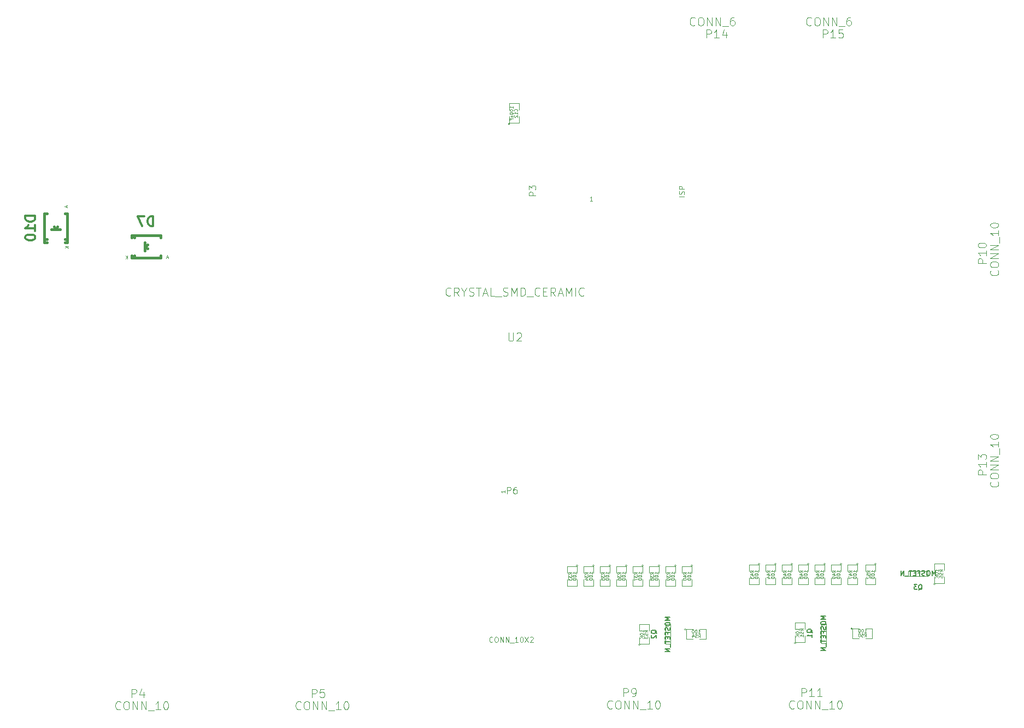
<source format=gbo>
G04 (created by PCBNEW (25-Oct-2014 BZR 4029)-stable) date Fr 05 Feb 2016 19:57:56 CET*
%MOIN*%
G04 Gerber Fmt 3.4, Leading zero omitted, Abs format*
%FSLAX34Y34*%
G01*
G70*
G90*
G04 APERTURE LIST*
%ADD10C,0.00590551*%
%ADD11C,0.0039*%
%ADD12C,0.0047*%
%ADD13C,0.015*%
%ADD14C,0.0035*%
%ADD15C,0.0043*%
%ADD16C,0.0051*%
%ADD17C,0.012*%
G04 APERTURE END LIST*
G54D10*
G54D11*
X40550Y-36750D02*
G75*
G03X40550Y-36750I-50J0D01*
G74*
G01*
X40500Y-37200D02*
X40500Y-36800D01*
X40500Y-36800D02*
X39900Y-36800D01*
X39900Y-36800D02*
X39900Y-37200D01*
X39900Y-37600D02*
X39900Y-38000D01*
X39900Y-38000D02*
X40500Y-38000D01*
X40500Y-38000D02*
X40500Y-37600D01*
X41550Y-36750D02*
G75*
G03X41550Y-36750I-50J0D01*
G74*
G01*
X41500Y-37200D02*
X41500Y-36800D01*
X41500Y-36800D02*
X40900Y-36800D01*
X40900Y-36800D02*
X40900Y-37200D01*
X40900Y-37600D02*
X40900Y-38000D01*
X40900Y-38000D02*
X41500Y-38000D01*
X41500Y-38000D02*
X41500Y-37600D01*
X42550Y-36750D02*
G75*
G03X42550Y-36750I-50J0D01*
G74*
G01*
X42500Y-37200D02*
X42500Y-36800D01*
X42500Y-36800D02*
X41900Y-36800D01*
X41900Y-36800D02*
X41900Y-37200D01*
X41900Y-37600D02*
X41900Y-38000D01*
X41900Y-38000D02*
X42500Y-38000D01*
X42500Y-38000D02*
X42500Y-37600D01*
X43550Y-36750D02*
G75*
G03X43550Y-36750I-50J0D01*
G74*
G01*
X43500Y-37200D02*
X43500Y-36800D01*
X43500Y-36800D02*
X42900Y-36800D01*
X42900Y-36800D02*
X42900Y-37200D01*
X42900Y-37600D02*
X42900Y-38000D01*
X42900Y-38000D02*
X43500Y-38000D01*
X43500Y-38000D02*
X43500Y-37600D01*
X44550Y-36750D02*
G75*
G03X44550Y-36750I-50J0D01*
G74*
G01*
X44500Y-37200D02*
X44500Y-36800D01*
X44500Y-36800D02*
X43900Y-36800D01*
X43900Y-36800D02*
X43900Y-37200D01*
X43900Y-37600D02*
X43900Y-38000D01*
X43900Y-38000D02*
X44500Y-38000D01*
X44500Y-38000D02*
X44500Y-37600D01*
X45550Y-36750D02*
G75*
G03X45550Y-36750I-50J0D01*
G74*
G01*
X45500Y-37200D02*
X45500Y-36800D01*
X45500Y-36800D02*
X44900Y-36800D01*
X44900Y-36800D02*
X44900Y-37200D01*
X44900Y-37600D02*
X44900Y-38000D01*
X44900Y-38000D02*
X45500Y-38000D01*
X45500Y-38000D02*
X45500Y-37600D01*
X46550Y-36750D02*
G75*
G03X46550Y-36750I-50J0D01*
G74*
G01*
X46500Y-37200D02*
X46500Y-36800D01*
X46500Y-36800D02*
X45900Y-36800D01*
X45900Y-36800D02*
X45900Y-37200D01*
X45900Y-37600D02*
X45900Y-38000D01*
X45900Y-38000D02*
X46500Y-38000D01*
X46500Y-38000D02*
X46500Y-37600D01*
X39550Y-36750D02*
G75*
G03X39550Y-36750I-50J0D01*
G74*
G01*
X39500Y-37200D02*
X39500Y-36800D01*
X39500Y-36800D02*
X38900Y-36800D01*
X38900Y-36800D02*
X38900Y-37200D01*
X38900Y-37600D02*
X38900Y-38000D01*
X38900Y-38000D02*
X39500Y-38000D01*
X39500Y-38000D02*
X39500Y-37600D01*
X50650Y-36650D02*
G75*
G03X50650Y-36650I-50J0D01*
G74*
G01*
X50600Y-37100D02*
X50600Y-36700D01*
X50600Y-36700D02*
X50000Y-36700D01*
X50000Y-36700D02*
X50000Y-37100D01*
X50000Y-37500D02*
X50000Y-37900D01*
X50000Y-37900D02*
X50600Y-37900D01*
X50600Y-37900D02*
X50600Y-37500D01*
X52650Y-36650D02*
G75*
G03X52650Y-36650I-50J0D01*
G74*
G01*
X52600Y-37100D02*
X52600Y-36700D01*
X52600Y-36700D02*
X52000Y-36700D01*
X52000Y-36700D02*
X52000Y-37100D01*
X52000Y-37500D02*
X52000Y-37900D01*
X52000Y-37900D02*
X52600Y-37900D01*
X52600Y-37900D02*
X52600Y-37500D01*
X54650Y-36650D02*
G75*
G03X54650Y-36650I-50J0D01*
G74*
G01*
X54600Y-37100D02*
X54600Y-36700D01*
X54600Y-36700D02*
X54000Y-36700D01*
X54000Y-36700D02*
X54000Y-37100D01*
X54000Y-37500D02*
X54000Y-37900D01*
X54000Y-37900D02*
X54600Y-37900D01*
X54600Y-37900D02*
X54600Y-37500D01*
X56650Y-36650D02*
G75*
G03X56650Y-36650I-50J0D01*
G74*
G01*
X56600Y-37100D02*
X56600Y-36700D01*
X56600Y-36700D02*
X56000Y-36700D01*
X56000Y-36700D02*
X56000Y-37100D01*
X56000Y-37500D02*
X56000Y-37900D01*
X56000Y-37900D02*
X56600Y-37900D01*
X56600Y-37900D02*
X56600Y-37500D01*
X51650Y-36650D02*
G75*
G03X51650Y-36650I-50J0D01*
G74*
G01*
X51600Y-37100D02*
X51600Y-36700D01*
X51600Y-36700D02*
X51000Y-36700D01*
X51000Y-36700D02*
X51000Y-37100D01*
X51000Y-37500D02*
X51000Y-37900D01*
X51000Y-37900D02*
X51600Y-37900D01*
X51600Y-37900D02*
X51600Y-37500D01*
X53650Y-36650D02*
G75*
G03X53650Y-36650I-50J0D01*
G74*
G01*
X53600Y-37100D02*
X53600Y-36700D01*
X53600Y-36700D02*
X53000Y-36700D01*
X53000Y-36700D02*
X53000Y-37100D01*
X53000Y-37500D02*
X53000Y-37900D01*
X53000Y-37900D02*
X53600Y-37900D01*
X53600Y-37900D02*
X53600Y-37500D01*
X55650Y-36650D02*
G75*
G03X55650Y-36650I-50J0D01*
G74*
G01*
X55600Y-37100D02*
X55600Y-36700D01*
X55600Y-36700D02*
X55000Y-36700D01*
X55000Y-36700D02*
X55000Y-37100D01*
X55000Y-37500D02*
X55000Y-37900D01*
X55000Y-37900D02*
X55600Y-37900D01*
X55600Y-37900D02*
X55600Y-37500D01*
X56300Y-40600D02*
G75*
G03X56300Y-40600I-50J0D01*
G74*
G01*
X56700Y-40600D02*
X56300Y-40600D01*
X56300Y-40600D02*
X56300Y-41200D01*
X56300Y-41200D02*
X56700Y-41200D01*
X57100Y-41200D02*
X57500Y-41200D01*
X57500Y-41200D02*
X57500Y-40600D01*
X57500Y-40600D02*
X57100Y-40600D01*
G54D12*
X54400Y-40300D02*
X54400Y-41500D01*
X54400Y-41500D02*
X54700Y-41500D01*
X54700Y-41500D02*
X54700Y-40300D01*
X54700Y-40300D02*
X54400Y-40300D01*
X44900Y-40350D02*
X44900Y-41550D01*
X44900Y-41550D02*
X45200Y-41550D01*
X45200Y-41550D02*
X45200Y-40350D01*
X45200Y-40350D02*
X44900Y-40350D01*
G54D11*
X52850Y-41500D02*
G75*
G03X52850Y-41500I-50J0D01*
G74*
G01*
X52800Y-41050D02*
X52800Y-41450D01*
X52800Y-41450D02*
X53400Y-41450D01*
X53400Y-41450D02*
X53400Y-41050D01*
X53400Y-40650D02*
X53400Y-40250D01*
X53400Y-40250D02*
X52800Y-40250D01*
X52800Y-40250D02*
X52800Y-40650D01*
X43350Y-41600D02*
G75*
G03X43350Y-41600I-50J0D01*
G74*
G01*
X43300Y-41150D02*
X43300Y-41550D01*
X43300Y-41550D02*
X43900Y-41550D01*
X43900Y-41550D02*
X43900Y-41150D01*
X43900Y-40750D02*
X43900Y-40350D01*
X43900Y-40350D02*
X43300Y-40350D01*
X43300Y-40350D02*
X43300Y-40750D01*
X46150Y-40650D02*
G75*
G03X46150Y-40650I-50J0D01*
G74*
G01*
X46550Y-40650D02*
X46150Y-40650D01*
X46150Y-40650D02*
X46150Y-41250D01*
X46150Y-41250D02*
X46550Y-41250D01*
X46950Y-41250D02*
X47350Y-41250D01*
X47350Y-41250D02*
X47350Y-40650D01*
X47350Y-40650D02*
X46950Y-40650D01*
X57750Y-36650D02*
G75*
G03X57750Y-36650I-50J0D01*
G74*
G01*
X57700Y-37100D02*
X57700Y-36700D01*
X57700Y-36700D02*
X57100Y-36700D01*
X57100Y-36700D02*
X57100Y-37100D01*
X57100Y-37500D02*
X57100Y-37900D01*
X57100Y-37900D02*
X57700Y-37900D01*
X57700Y-37900D02*
X57700Y-37500D01*
G54D12*
X59700Y-37400D02*
X60900Y-37400D01*
X60900Y-37400D02*
X60900Y-37100D01*
X60900Y-37100D02*
X59700Y-37100D01*
X59700Y-37100D02*
X59700Y-37400D01*
G54D11*
X61350Y-37900D02*
G75*
G03X61350Y-37900I-50J0D01*
G74*
G01*
X61300Y-37450D02*
X61300Y-37850D01*
X61300Y-37850D02*
X61900Y-37850D01*
X61900Y-37850D02*
X61900Y-37450D01*
X61900Y-37050D02*
X61900Y-36650D01*
X61900Y-36650D02*
X61300Y-36650D01*
X61300Y-36650D02*
X61300Y-37050D01*
X35400Y-9800D02*
G75*
G03X35400Y-9800I-50J0D01*
G74*
G01*
X35350Y-9350D02*
X35350Y-9750D01*
X35350Y-9750D02*
X35950Y-9750D01*
X35950Y-9750D02*
X35950Y-9350D01*
X35950Y-8950D02*
X35950Y-8550D01*
X35950Y-8550D02*
X35350Y-8550D01*
X35350Y-8550D02*
X35350Y-8950D01*
G54D13*
X13121Y-17044D02*
X13121Y-17556D01*
X13121Y-17300D02*
X13279Y-17398D01*
X13121Y-17300D02*
X13279Y-17182D01*
X12491Y-17989D02*
X12491Y-17851D01*
X12491Y-16611D02*
X12491Y-16749D01*
X12314Y-17989D02*
X12314Y-17851D01*
X14086Y-17989D02*
X14086Y-17851D01*
X14086Y-16611D02*
X14086Y-16749D01*
X12314Y-16611D02*
X12314Y-16749D01*
X14086Y-17989D02*
X12314Y-17989D01*
X14086Y-16611D02*
X12314Y-16611D01*
X7444Y-16229D02*
X7956Y-16229D01*
X7700Y-16229D02*
X7798Y-16071D01*
X7700Y-16229D02*
X7582Y-16071D01*
X8389Y-16859D02*
X8251Y-16859D01*
X7011Y-16859D02*
X7149Y-16859D01*
X8389Y-17036D02*
X8251Y-17036D01*
X8389Y-15264D02*
X8251Y-15264D01*
X7011Y-15264D02*
X7149Y-15264D01*
X7011Y-17036D02*
X7149Y-17036D01*
X8389Y-15264D02*
X8389Y-17036D01*
X7011Y-15264D02*
X7011Y-17036D01*
G54D14*
X23330Y-44802D02*
X23330Y-44302D01*
X23521Y-44302D01*
X23569Y-44326D01*
X23592Y-44350D01*
X23616Y-44397D01*
X23616Y-44469D01*
X23592Y-44516D01*
X23569Y-44540D01*
X23521Y-44564D01*
X23330Y-44564D01*
X24069Y-44302D02*
X23830Y-44302D01*
X23807Y-44540D01*
X23830Y-44516D01*
X23878Y-44492D01*
X23997Y-44492D01*
X24045Y-44516D01*
X24069Y-44540D01*
X24092Y-44588D01*
X24092Y-44707D01*
X24069Y-44754D01*
X24045Y-44778D01*
X23997Y-44802D01*
X23878Y-44802D01*
X23830Y-44778D01*
X23807Y-44754D01*
X22652Y-45504D02*
X22628Y-45528D01*
X22557Y-45552D01*
X22509Y-45552D01*
X22438Y-45528D01*
X22390Y-45480D01*
X22366Y-45433D01*
X22342Y-45338D01*
X22342Y-45266D01*
X22366Y-45171D01*
X22390Y-45123D01*
X22438Y-45076D01*
X22509Y-45052D01*
X22557Y-45052D01*
X22628Y-45076D01*
X22652Y-45100D01*
X22961Y-45052D02*
X23057Y-45052D01*
X23104Y-45076D01*
X23152Y-45123D01*
X23176Y-45219D01*
X23176Y-45385D01*
X23152Y-45480D01*
X23104Y-45528D01*
X23057Y-45552D01*
X22961Y-45552D01*
X22914Y-45528D01*
X22866Y-45480D01*
X22842Y-45385D01*
X22842Y-45219D01*
X22866Y-45123D01*
X22914Y-45076D01*
X22961Y-45052D01*
X23390Y-45552D02*
X23390Y-45052D01*
X23676Y-45552D01*
X23676Y-45052D01*
X23914Y-45552D02*
X23914Y-45052D01*
X24200Y-45552D01*
X24200Y-45052D01*
X24319Y-45600D02*
X24700Y-45600D01*
X25080Y-45552D02*
X24795Y-45552D01*
X24938Y-45552D02*
X24938Y-45052D01*
X24890Y-45123D01*
X24842Y-45171D01*
X24795Y-45195D01*
X25390Y-45052D02*
X25438Y-45052D01*
X25485Y-45076D01*
X25509Y-45100D01*
X25533Y-45147D01*
X25557Y-45242D01*
X25557Y-45361D01*
X25533Y-45457D01*
X25509Y-45504D01*
X25485Y-45528D01*
X25438Y-45552D01*
X25390Y-45552D01*
X25342Y-45528D01*
X25319Y-45504D01*
X25295Y-45457D01*
X25271Y-45361D01*
X25271Y-45242D01*
X25295Y-45147D01*
X25319Y-45100D01*
X25342Y-45076D01*
X25390Y-45052D01*
X12330Y-44802D02*
X12330Y-44302D01*
X12521Y-44302D01*
X12569Y-44326D01*
X12592Y-44350D01*
X12616Y-44397D01*
X12616Y-44469D01*
X12592Y-44516D01*
X12569Y-44540D01*
X12521Y-44564D01*
X12330Y-44564D01*
X13045Y-44469D02*
X13045Y-44802D01*
X12926Y-44278D02*
X12807Y-44635D01*
X13116Y-44635D01*
X11652Y-45504D02*
X11628Y-45528D01*
X11557Y-45552D01*
X11509Y-45552D01*
X11438Y-45528D01*
X11390Y-45480D01*
X11366Y-45433D01*
X11342Y-45338D01*
X11342Y-45266D01*
X11366Y-45171D01*
X11390Y-45123D01*
X11438Y-45076D01*
X11509Y-45052D01*
X11557Y-45052D01*
X11628Y-45076D01*
X11652Y-45100D01*
X11961Y-45052D02*
X12057Y-45052D01*
X12104Y-45076D01*
X12152Y-45123D01*
X12176Y-45219D01*
X12176Y-45385D01*
X12152Y-45480D01*
X12104Y-45528D01*
X12057Y-45552D01*
X11961Y-45552D01*
X11914Y-45528D01*
X11866Y-45480D01*
X11842Y-45385D01*
X11842Y-45219D01*
X11866Y-45123D01*
X11914Y-45076D01*
X11961Y-45052D01*
X12390Y-45552D02*
X12390Y-45052D01*
X12676Y-45552D01*
X12676Y-45052D01*
X12914Y-45552D02*
X12914Y-45052D01*
X13200Y-45552D01*
X13200Y-45052D01*
X13319Y-45600D02*
X13700Y-45600D01*
X14080Y-45552D02*
X13795Y-45552D01*
X13938Y-45552D02*
X13938Y-45052D01*
X13890Y-45123D01*
X13842Y-45171D01*
X13795Y-45195D01*
X14390Y-45052D02*
X14438Y-45052D01*
X14485Y-45076D01*
X14509Y-45100D01*
X14533Y-45147D01*
X14557Y-45242D01*
X14557Y-45361D01*
X14533Y-45457D01*
X14509Y-45504D01*
X14485Y-45528D01*
X14438Y-45552D01*
X14390Y-45552D01*
X14342Y-45528D01*
X14319Y-45504D01*
X14295Y-45457D01*
X14271Y-45361D01*
X14271Y-45242D01*
X14295Y-45147D01*
X14319Y-45100D01*
X14342Y-45076D01*
X14390Y-45052D01*
G54D15*
X40154Y-37273D02*
X40060Y-37207D01*
X40154Y-37160D02*
X39957Y-37160D01*
X39957Y-37235D01*
X39967Y-37254D01*
X39976Y-37263D01*
X39995Y-37273D01*
X40023Y-37273D01*
X40042Y-37263D01*
X40051Y-37254D01*
X40060Y-37235D01*
X40060Y-37160D01*
X39957Y-37339D02*
X39957Y-37460D01*
X40032Y-37395D01*
X40032Y-37423D01*
X40042Y-37442D01*
X40051Y-37451D01*
X40070Y-37460D01*
X40117Y-37460D01*
X40135Y-37451D01*
X40145Y-37442D01*
X40154Y-37423D01*
X40154Y-37367D01*
X40145Y-37348D01*
X40135Y-37339D01*
X40023Y-37629D02*
X40154Y-37629D01*
X39948Y-37582D02*
X40089Y-37536D01*
X40089Y-37657D01*
X40429Y-37268D02*
X40429Y-37156D01*
X40429Y-37212D02*
X40232Y-37212D01*
X40260Y-37193D01*
X40279Y-37174D01*
X40289Y-37156D01*
X40232Y-37390D02*
X40232Y-37409D01*
X40242Y-37428D01*
X40251Y-37437D01*
X40270Y-37446D01*
X40307Y-37456D01*
X40354Y-37456D01*
X40392Y-37446D01*
X40410Y-37437D01*
X40420Y-37428D01*
X40429Y-37409D01*
X40429Y-37390D01*
X40420Y-37371D01*
X40410Y-37362D01*
X40392Y-37353D01*
X40354Y-37343D01*
X40307Y-37343D01*
X40270Y-37353D01*
X40251Y-37362D01*
X40242Y-37371D01*
X40232Y-37390D01*
X40232Y-37578D02*
X40232Y-37597D01*
X40242Y-37615D01*
X40251Y-37625D01*
X40270Y-37634D01*
X40307Y-37643D01*
X40354Y-37643D01*
X40392Y-37634D01*
X40410Y-37625D01*
X40420Y-37615D01*
X40429Y-37597D01*
X40429Y-37578D01*
X40420Y-37559D01*
X40410Y-37550D01*
X40392Y-37540D01*
X40354Y-37531D01*
X40307Y-37531D01*
X40270Y-37540D01*
X40251Y-37550D01*
X40242Y-37559D01*
X40232Y-37578D01*
X41154Y-37273D02*
X41060Y-37207D01*
X41154Y-37160D02*
X40957Y-37160D01*
X40957Y-37235D01*
X40967Y-37254D01*
X40976Y-37263D01*
X40995Y-37273D01*
X41023Y-37273D01*
X41042Y-37263D01*
X41051Y-37254D01*
X41060Y-37235D01*
X41060Y-37160D01*
X40957Y-37339D02*
X40957Y-37460D01*
X41032Y-37395D01*
X41032Y-37423D01*
X41042Y-37442D01*
X41051Y-37451D01*
X41070Y-37460D01*
X41117Y-37460D01*
X41135Y-37451D01*
X41145Y-37442D01*
X41154Y-37423D01*
X41154Y-37367D01*
X41145Y-37348D01*
X41135Y-37339D01*
X40957Y-37639D02*
X40957Y-37545D01*
X41051Y-37536D01*
X41042Y-37545D01*
X41032Y-37564D01*
X41032Y-37611D01*
X41042Y-37629D01*
X41051Y-37639D01*
X41070Y-37648D01*
X41117Y-37648D01*
X41135Y-37639D01*
X41145Y-37629D01*
X41154Y-37611D01*
X41154Y-37564D01*
X41145Y-37545D01*
X41135Y-37536D01*
X41429Y-37268D02*
X41429Y-37156D01*
X41429Y-37212D02*
X41232Y-37212D01*
X41260Y-37193D01*
X41279Y-37174D01*
X41289Y-37156D01*
X41232Y-37390D02*
X41232Y-37409D01*
X41242Y-37428D01*
X41251Y-37437D01*
X41270Y-37446D01*
X41307Y-37456D01*
X41354Y-37456D01*
X41392Y-37446D01*
X41410Y-37437D01*
X41420Y-37428D01*
X41429Y-37409D01*
X41429Y-37390D01*
X41420Y-37371D01*
X41410Y-37362D01*
X41392Y-37353D01*
X41354Y-37343D01*
X41307Y-37343D01*
X41270Y-37353D01*
X41251Y-37362D01*
X41242Y-37371D01*
X41232Y-37390D01*
X41232Y-37578D02*
X41232Y-37597D01*
X41242Y-37615D01*
X41251Y-37625D01*
X41270Y-37634D01*
X41307Y-37643D01*
X41354Y-37643D01*
X41392Y-37634D01*
X41410Y-37625D01*
X41420Y-37615D01*
X41429Y-37597D01*
X41429Y-37578D01*
X41420Y-37559D01*
X41410Y-37550D01*
X41392Y-37540D01*
X41354Y-37531D01*
X41307Y-37531D01*
X41270Y-37540D01*
X41251Y-37550D01*
X41242Y-37559D01*
X41232Y-37578D01*
X42154Y-37273D02*
X42060Y-37207D01*
X42154Y-37160D02*
X41957Y-37160D01*
X41957Y-37235D01*
X41967Y-37254D01*
X41976Y-37263D01*
X41995Y-37273D01*
X42023Y-37273D01*
X42042Y-37263D01*
X42051Y-37254D01*
X42060Y-37235D01*
X42060Y-37160D01*
X41957Y-37339D02*
X41957Y-37460D01*
X42032Y-37395D01*
X42032Y-37423D01*
X42042Y-37442D01*
X42051Y-37451D01*
X42070Y-37460D01*
X42117Y-37460D01*
X42135Y-37451D01*
X42145Y-37442D01*
X42154Y-37423D01*
X42154Y-37367D01*
X42145Y-37348D01*
X42135Y-37339D01*
X41957Y-37629D02*
X41957Y-37592D01*
X41967Y-37573D01*
X41976Y-37564D01*
X42004Y-37545D01*
X42042Y-37536D01*
X42117Y-37536D01*
X42135Y-37545D01*
X42145Y-37554D01*
X42154Y-37573D01*
X42154Y-37611D01*
X42145Y-37629D01*
X42135Y-37639D01*
X42117Y-37648D01*
X42070Y-37648D01*
X42051Y-37639D01*
X42042Y-37629D01*
X42032Y-37611D01*
X42032Y-37573D01*
X42042Y-37554D01*
X42051Y-37545D01*
X42070Y-37536D01*
X42429Y-37268D02*
X42429Y-37156D01*
X42429Y-37212D02*
X42232Y-37212D01*
X42260Y-37193D01*
X42279Y-37174D01*
X42289Y-37156D01*
X42232Y-37390D02*
X42232Y-37409D01*
X42242Y-37428D01*
X42251Y-37437D01*
X42270Y-37446D01*
X42307Y-37456D01*
X42354Y-37456D01*
X42392Y-37446D01*
X42410Y-37437D01*
X42420Y-37428D01*
X42429Y-37409D01*
X42429Y-37390D01*
X42420Y-37371D01*
X42410Y-37362D01*
X42392Y-37353D01*
X42354Y-37343D01*
X42307Y-37343D01*
X42270Y-37353D01*
X42251Y-37362D01*
X42242Y-37371D01*
X42232Y-37390D01*
X42232Y-37578D02*
X42232Y-37597D01*
X42242Y-37615D01*
X42251Y-37625D01*
X42270Y-37634D01*
X42307Y-37643D01*
X42354Y-37643D01*
X42392Y-37634D01*
X42410Y-37625D01*
X42420Y-37615D01*
X42429Y-37597D01*
X42429Y-37578D01*
X42420Y-37559D01*
X42410Y-37550D01*
X42392Y-37540D01*
X42354Y-37531D01*
X42307Y-37531D01*
X42270Y-37540D01*
X42251Y-37550D01*
X42242Y-37559D01*
X42232Y-37578D01*
X43154Y-37273D02*
X43060Y-37207D01*
X43154Y-37160D02*
X42957Y-37160D01*
X42957Y-37235D01*
X42967Y-37254D01*
X42976Y-37263D01*
X42995Y-37273D01*
X43023Y-37273D01*
X43042Y-37263D01*
X43051Y-37254D01*
X43060Y-37235D01*
X43060Y-37160D01*
X42957Y-37339D02*
X42957Y-37460D01*
X43032Y-37395D01*
X43032Y-37423D01*
X43042Y-37442D01*
X43051Y-37451D01*
X43070Y-37460D01*
X43117Y-37460D01*
X43135Y-37451D01*
X43145Y-37442D01*
X43154Y-37423D01*
X43154Y-37367D01*
X43145Y-37348D01*
X43135Y-37339D01*
X42957Y-37526D02*
X42957Y-37657D01*
X43154Y-37573D01*
X43429Y-37268D02*
X43429Y-37156D01*
X43429Y-37212D02*
X43232Y-37212D01*
X43260Y-37193D01*
X43279Y-37174D01*
X43289Y-37156D01*
X43232Y-37390D02*
X43232Y-37409D01*
X43242Y-37428D01*
X43251Y-37437D01*
X43270Y-37446D01*
X43307Y-37456D01*
X43354Y-37456D01*
X43392Y-37446D01*
X43410Y-37437D01*
X43420Y-37428D01*
X43429Y-37409D01*
X43429Y-37390D01*
X43420Y-37371D01*
X43410Y-37362D01*
X43392Y-37353D01*
X43354Y-37343D01*
X43307Y-37343D01*
X43270Y-37353D01*
X43251Y-37362D01*
X43242Y-37371D01*
X43232Y-37390D01*
X43232Y-37578D02*
X43232Y-37597D01*
X43242Y-37615D01*
X43251Y-37625D01*
X43270Y-37634D01*
X43307Y-37643D01*
X43354Y-37643D01*
X43392Y-37634D01*
X43410Y-37625D01*
X43420Y-37615D01*
X43429Y-37597D01*
X43429Y-37578D01*
X43420Y-37559D01*
X43410Y-37550D01*
X43392Y-37540D01*
X43354Y-37531D01*
X43307Y-37531D01*
X43270Y-37540D01*
X43251Y-37550D01*
X43242Y-37559D01*
X43232Y-37578D01*
X44154Y-37273D02*
X44060Y-37207D01*
X44154Y-37160D02*
X43957Y-37160D01*
X43957Y-37235D01*
X43967Y-37254D01*
X43976Y-37263D01*
X43995Y-37273D01*
X44023Y-37273D01*
X44042Y-37263D01*
X44051Y-37254D01*
X44060Y-37235D01*
X44060Y-37160D01*
X43957Y-37339D02*
X43957Y-37460D01*
X44032Y-37395D01*
X44032Y-37423D01*
X44042Y-37442D01*
X44051Y-37451D01*
X44070Y-37460D01*
X44117Y-37460D01*
X44135Y-37451D01*
X44145Y-37442D01*
X44154Y-37423D01*
X44154Y-37367D01*
X44145Y-37348D01*
X44135Y-37339D01*
X44042Y-37573D02*
X44032Y-37554D01*
X44023Y-37545D01*
X44004Y-37536D01*
X43995Y-37536D01*
X43976Y-37545D01*
X43967Y-37554D01*
X43957Y-37573D01*
X43957Y-37611D01*
X43967Y-37629D01*
X43976Y-37639D01*
X43995Y-37648D01*
X44004Y-37648D01*
X44023Y-37639D01*
X44032Y-37629D01*
X44042Y-37611D01*
X44042Y-37573D01*
X44051Y-37554D01*
X44060Y-37545D01*
X44079Y-37536D01*
X44117Y-37536D01*
X44135Y-37545D01*
X44145Y-37554D01*
X44154Y-37573D01*
X44154Y-37611D01*
X44145Y-37629D01*
X44135Y-37639D01*
X44117Y-37648D01*
X44079Y-37648D01*
X44060Y-37639D01*
X44051Y-37629D01*
X44042Y-37611D01*
X44429Y-37268D02*
X44429Y-37156D01*
X44429Y-37212D02*
X44232Y-37212D01*
X44260Y-37193D01*
X44279Y-37174D01*
X44289Y-37156D01*
X44232Y-37390D02*
X44232Y-37409D01*
X44242Y-37428D01*
X44251Y-37437D01*
X44270Y-37446D01*
X44307Y-37456D01*
X44354Y-37456D01*
X44392Y-37446D01*
X44410Y-37437D01*
X44420Y-37428D01*
X44429Y-37409D01*
X44429Y-37390D01*
X44420Y-37371D01*
X44410Y-37362D01*
X44392Y-37353D01*
X44354Y-37343D01*
X44307Y-37343D01*
X44270Y-37353D01*
X44251Y-37362D01*
X44242Y-37371D01*
X44232Y-37390D01*
X44232Y-37578D02*
X44232Y-37597D01*
X44242Y-37615D01*
X44251Y-37625D01*
X44270Y-37634D01*
X44307Y-37643D01*
X44354Y-37643D01*
X44392Y-37634D01*
X44410Y-37625D01*
X44420Y-37615D01*
X44429Y-37597D01*
X44429Y-37578D01*
X44420Y-37559D01*
X44410Y-37550D01*
X44392Y-37540D01*
X44354Y-37531D01*
X44307Y-37531D01*
X44270Y-37540D01*
X44251Y-37550D01*
X44242Y-37559D01*
X44232Y-37578D01*
X45154Y-37273D02*
X45060Y-37207D01*
X45154Y-37160D02*
X44957Y-37160D01*
X44957Y-37235D01*
X44967Y-37254D01*
X44976Y-37263D01*
X44995Y-37273D01*
X45023Y-37273D01*
X45042Y-37263D01*
X45051Y-37254D01*
X45060Y-37235D01*
X45060Y-37160D01*
X44957Y-37339D02*
X44957Y-37460D01*
X45032Y-37395D01*
X45032Y-37423D01*
X45042Y-37442D01*
X45051Y-37451D01*
X45070Y-37460D01*
X45117Y-37460D01*
X45135Y-37451D01*
X45145Y-37442D01*
X45154Y-37423D01*
X45154Y-37367D01*
X45145Y-37348D01*
X45135Y-37339D01*
X45154Y-37554D02*
X45154Y-37592D01*
X45145Y-37611D01*
X45135Y-37620D01*
X45107Y-37639D01*
X45070Y-37648D01*
X44995Y-37648D01*
X44976Y-37639D01*
X44967Y-37629D01*
X44957Y-37611D01*
X44957Y-37573D01*
X44967Y-37554D01*
X44976Y-37545D01*
X44995Y-37536D01*
X45042Y-37536D01*
X45060Y-37545D01*
X45070Y-37554D01*
X45079Y-37573D01*
X45079Y-37611D01*
X45070Y-37629D01*
X45060Y-37639D01*
X45042Y-37648D01*
X45429Y-37268D02*
X45429Y-37156D01*
X45429Y-37212D02*
X45232Y-37212D01*
X45260Y-37193D01*
X45279Y-37174D01*
X45289Y-37156D01*
X45232Y-37390D02*
X45232Y-37409D01*
X45242Y-37428D01*
X45251Y-37437D01*
X45270Y-37446D01*
X45307Y-37456D01*
X45354Y-37456D01*
X45392Y-37446D01*
X45410Y-37437D01*
X45420Y-37428D01*
X45429Y-37409D01*
X45429Y-37390D01*
X45420Y-37371D01*
X45410Y-37362D01*
X45392Y-37353D01*
X45354Y-37343D01*
X45307Y-37343D01*
X45270Y-37353D01*
X45251Y-37362D01*
X45242Y-37371D01*
X45232Y-37390D01*
X45232Y-37578D02*
X45232Y-37597D01*
X45242Y-37615D01*
X45251Y-37625D01*
X45270Y-37634D01*
X45307Y-37643D01*
X45354Y-37643D01*
X45392Y-37634D01*
X45410Y-37625D01*
X45420Y-37615D01*
X45429Y-37597D01*
X45429Y-37578D01*
X45420Y-37559D01*
X45410Y-37550D01*
X45392Y-37540D01*
X45354Y-37531D01*
X45307Y-37531D01*
X45270Y-37540D01*
X45251Y-37550D01*
X45242Y-37559D01*
X45232Y-37578D01*
X46154Y-37273D02*
X46060Y-37207D01*
X46154Y-37160D02*
X45957Y-37160D01*
X45957Y-37235D01*
X45967Y-37254D01*
X45976Y-37263D01*
X45995Y-37273D01*
X46023Y-37273D01*
X46042Y-37263D01*
X46051Y-37254D01*
X46060Y-37235D01*
X46060Y-37160D01*
X46023Y-37442D02*
X46154Y-37442D01*
X45948Y-37395D02*
X46089Y-37348D01*
X46089Y-37470D01*
X45957Y-37582D02*
X45957Y-37601D01*
X45967Y-37620D01*
X45976Y-37629D01*
X45995Y-37639D01*
X46032Y-37648D01*
X46079Y-37648D01*
X46117Y-37639D01*
X46135Y-37629D01*
X46145Y-37620D01*
X46154Y-37601D01*
X46154Y-37582D01*
X46145Y-37564D01*
X46135Y-37554D01*
X46117Y-37545D01*
X46079Y-37536D01*
X46032Y-37536D01*
X45995Y-37545D01*
X45976Y-37554D01*
X45967Y-37564D01*
X45957Y-37582D01*
X46429Y-37268D02*
X46429Y-37156D01*
X46429Y-37212D02*
X46232Y-37212D01*
X46260Y-37193D01*
X46279Y-37174D01*
X46289Y-37156D01*
X46232Y-37390D02*
X46232Y-37409D01*
X46242Y-37428D01*
X46251Y-37437D01*
X46270Y-37446D01*
X46307Y-37456D01*
X46354Y-37456D01*
X46392Y-37446D01*
X46410Y-37437D01*
X46420Y-37428D01*
X46429Y-37409D01*
X46429Y-37390D01*
X46420Y-37371D01*
X46410Y-37362D01*
X46392Y-37353D01*
X46354Y-37343D01*
X46307Y-37343D01*
X46270Y-37353D01*
X46251Y-37362D01*
X46242Y-37371D01*
X46232Y-37390D01*
X46232Y-37578D02*
X46232Y-37597D01*
X46242Y-37615D01*
X46251Y-37625D01*
X46270Y-37634D01*
X46307Y-37643D01*
X46354Y-37643D01*
X46392Y-37634D01*
X46410Y-37625D01*
X46420Y-37615D01*
X46429Y-37597D01*
X46429Y-37578D01*
X46420Y-37559D01*
X46410Y-37550D01*
X46392Y-37540D01*
X46354Y-37531D01*
X46307Y-37531D01*
X46270Y-37540D01*
X46251Y-37550D01*
X46242Y-37559D01*
X46232Y-37578D01*
X39154Y-37273D02*
X39060Y-37207D01*
X39154Y-37160D02*
X38957Y-37160D01*
X38957Y-37235D01*
X38967Y-37254D01*
X38976Y-37263D01*
X38995Y-37273D01*
X39023Y-37273D01*
X39042Y-37263D01*
X39051Y-37254D01*
X39060Y-37235D01*
X39060Y-37160D01*
X38957Y-37339D02*
X38957Y-37460D01*
X39032Y-37395D01*
X39032Y-37423D01*
X39042Y-37442D01*
X39051Y-37451D01*
X39070Y-37460D01*
X39117Y-37460D01*
X39135Y-37451D01*
X39145Y-37442D01*
X39154Y-37423D01*
X39154Y-37367D01*
X39145Y-37348D01*
X39135Y-37339D01*
X38957Y-37526D02*
X38957Y-37648D01*
X39032Y-37582D01*
X39032Y-37611D01*
X39042Y-37629D01*
X39051Y-37639D01*
X39070Y-37648D01*
X39117Y-37648D01*
X39135Y-37639D01*
X39145Y-37629D01*
X39154Y-37611D01*
X39154Y-37554D01*
X39145Y-37536D01*
X39135Y-37526D01*
X39429Y-37268D02*
X39429Y-37156D01*
X39429Y-37212D02*
X39232Y-37212D01*
X39260Y-37193D01*
X39279Y-37174D01*
X39289Y-37156D01*
X39232Y-37390D02*
X39232Y-37409D01*
X39242Y-37428D01*
X39251Y-37437D01*
X39270Y-37446D01*
X39307Y-37456D01*
X39354Y-37456D01*
X39392Y-37446D01*
X39410Y-37437D01*
X39420Y-37428D01*
X39429Y-37409D01*
X39429Y-37390D01*
X39420Y-37371D01*
X39410Y-37362D01*
X39392Y-37353D01*
X39354Y-37343D01*
X39307Y-37343D01*
X39270Y-37353D01*
X39251Y-37362D01*
X39242Y-37371D01*
X39232Y-37390D01*
X39232Y-37578D02*
X39232Y-37597D01*
X39242Y-37615D01*
X39251Y-37625D01*
X39270Y-37634D01*
X39307Y-37643D01*
X39354Y-37643D01*
X39392Y-37634D01*
X39410Y-37625D01*
X39420Y-37615D01*
X39429Y-37597D01*
X39429Y-37578D01*
X39420Y-37559D01*
X39410Y-37550D01*
X39392Y-37540D01*
X39354Y-37531D01*
X39307Y-37531D01*
X39270Y-37540D01*
X39251Y-37550D01*
X39242Y-37559D01*
X39232Y-37578D01*
X50254Y-37173D02*
X50160Y-37107D01*
X50254Y-37060D02*
X50057Y-37060D01*
X50057Y-37135D01*
X50067Y-37154D01*
X50076Y-37163D01*
X50095Y-37173D01*
X50123Y-37173D01*
X50142Y-37163D01*
X50151Y-37154D01*
X50160Y-37135D01*
X50160Y-37060D01*
X50123Y-37342D02*
X50254Y-37342D01*
X50048Y-37295D02*
X50189Y-37248D01*
X50189Y-37370D01*
X50057Y-37426D02*
X50057Y-37548D01*
X50132Y-37482D01*
X50132Y-37511D01*
X50142Y-37529D01*
X50151Y-37539D01*
X50170Y-37548D01*
X50217Y-37548D01*
X50235Y-37539D01*
X50245Y-37529D01*
X50254Y-37511D01*
X50254Y-37454D01*
X50245Y-37436D01*
X50235Y-37426D01*
X50529Y-37168D02*
X50529Y-37056D01*
X50529Y-37112D02*
X50332Y-37112D01*
X50360Y-37093D01*
X50379Y-37074D01*
X50389Y-37056D01*
X50332Y-37290D02*
X50332Y-37309D01*
X50342Y-37328D01*
X50351Y-37337D01*
X50370Y-37346D01*
X50407Y-37356D01*
X50454Y-37356D01*
X50492Y-37346D01*
X50510Y-37337D01*
X50520Y-37328D01*
X50529Y-37309D01*
X50529Y-37290D01*
X50520Y-37271D01*
X50510Y-37262D01*
X50492Y-37253D01*
X50454Y-37243D01*
X50407Y-37243D01*
X50370Y-37253D01*
X50351Y-37262D01*
X50342Y-37271D01*
X50332Y-37290D01*
X50332Y-37478D02*
X50332Y-37497D01*
X50342Y-37515D01*
X50351Y-37525D01*
X50370Y-37534D01*
X50407Y-37543D01*
X50454Y-37543D01*
X50492Y-37534D01*
X50510Y-37525D01*
X50520Y-37515D01*
X50529Y-37497D01*
X50529Y-37478D01*
X50520Y-37459D01*
X50510Y-37450D01*
X50492Y-37440D01*
X50454Y-37431D01*
X50407Y-37431D01*
X50370Y-37440D01*
X50351Y-37450D01*
X50342Y-37459D01*
X50332Y-37478D01*
X52254Y-37173D02*
X52160Y-37107D01*
X52254Y-37060D02*
X52057Y-37060D01*
X52057Y-37135D01*
X52067Y-37154D01*
X52076Y-37163D01*
X52095Y-37173D01*
X52123Y-37173D01*
X52142Y-37163D01*
X52151Y-37154D01*
X52160Y-37135D01*
X52160Y-37060D01*
X52123Y-37342D02*
X52254Y-37342D01*
X52048Y-37295D02*
X52189Y-37248D01*
X52189Y-37370D01*
X52057Y-37539D02*
X52057Y-37445D01*
X52151Y-37436D01*
X52142Y-37445D01*
X52132Y-37464D01*
X52132Y-37511D01*
X52142Y-37529D01*
X52151Y-37539D01*
X52170Y-37548D01*
X52217Y-37548D01*
X52235Y-37539D01*
X52245Y-37529D01*
X52254Y-37511D01*
X52254Y-37464D01*
X52245Y-37445D01*
X52235Y-37436D01*
X52529Y-37168D02*
X52529Y-37056D01*
X52529Y-37112D02*
X52332Y-37112D01*
X52360Y-37093D01*
X52379Y-37074D01*
X52389Y-37056D01*
X52332Y-37290D02*
X52332Y-37309D01*
X52342Y-37328D01*
X52351Y-37337D01*
X52370Y-37346D01*
X52407Y-37356D01*
X52454Y-37356D01*
X52492Y-37346D01*
X52510Y-37337D01*
X52520Y-37328D01*
X52529Y-37309D01*
X52529Y-37290D01*
X52520Y-37271D01*
X52510Y-37262D01*
X52492Y-37253D01*
X52454Y-37243D01*
X52407Y-37243D01*
X52370Y-37253D01*
X52351Y-37262D01*
X52342Y-37271D01*
X52332Y-37290D01*
X52332Y-37478D02*
X52332Y-37497D01*
X52342Y-37515D01*
X52351Y-37525D01*
X52370Y-37534D01*
X52407Y-37543D01*
X52454Y-37543D01*
X52492Y-37534D01*
X52510Y-37525D01*
X52520Y-37515D01*
X52529Y-37497D01*
X52529Y-37478D01*
X52520Y-37459D01*
X52510Y-37450D01*
X52492Y-37440D01*
X52454Y-37431D01*
X52407Y-37431D01*
X52370Y-37440D01*
X52351Y-37450D01*
X52342Y-37459D01*
X52332Y-37478D01*
X54254Y-37173D02*
X54160Y-37107D01*
X54254Y-37060D02*
X54057Y-37060D01*
X54057Y-37135D01*
X54067Y-37154D01*
X54076Y-37163D01*
X54095Y-37173D01*
X54123Y-37173D01*
X54142Y-37163D01*
X54151Y-37154D01*
X54160Y-37135D01*
X54160Y-37060D01*
X54123Y-37342D02*
X54254Y-37342D01*
X54048Y-37295D02*
X54189Y-37248D01*
X54189Y-37370D01*
X54057Y-37529D02*
X54057Y-37492D01*
X54067Y-37473D01*
X54076Y-37464D01*
X54104Y-37445D01*
X54142Y-37436D01*
X54217Y-37436D01*
X54235Y-37445D01*
X54245Y-37454D01*
X54254Y-37473D01*
X54254Y-37511D01*
X54245Y-37529D01*
X54235Y-37539D01*
X54217Y-37548D01*
X54170Y-37548D01*
X54151Y-37539D01*
X54142Y-37529D01*
X54132Y-37511D01*
X54132Y-37473D01*
X54142Y-37454D01*
X54151Y-37445D01*
X54170Y-37436D01*
X54529Y-37168D02*
X54529Y-37056D01*
X54529Y-37112D02*
X54332Y-37112D01*
X54360Y-37093D01*
X54379Y-37074D01*
X54389Y-37056D01*
X54332Y-37290D02*
X54332Y-37309D01*
X54342Y-37328D01*
X54351Y-37337D01*
X54370Y-37346D01*
X54407Y-37356D01*
X54454Y-37356D01*
X54492Y-37346D01*
X54510Y-37337D01*
X54520Y-37328D01*
X54529Y-37309D01*
X54529Y-37290D01*
X54520Y-37271D01*
X54510Y-37262D01*
X54492Y-37253D01*
X54454Y-37243D01*
X54407Y-37243D01*
X54370Y-37253D01*
X54351Y-37262D01*
X54342Y-37271D01*
X54332Y-37290D01*
X54332Y-37478D02*
X54332Y-37497D01*
X54342Y-37515D01*
X54351Y-37525D01*
X54370Y-37534D01*
X54407Y-37543D01*
X54454Y-37543D01*
X54492Y-37534D01*
X54510Y-37525D01*
X54520Y-37515D01*
X54529Y-37497D01*
X54529Y-37478D01*
X54520Y-37459D01*
X54510Y-37450D01*
X54492Y-37440D01*
X54454Y-37431D01*
X54407Y-37431D01*
X54370Y-37440D01*
X54351Y-37450D01*
X54342Y-37459D01*
X54332Y-37478D01*
X56254Y-37173D02*
X56160Y-37107D01*
X56254Y-37060D02*
X56057Y-37060D01*
X56057Y-37135D01*
X56067Y-37154D01*
X56076Y-37163D01*
X56095Y-37173D01*
X56123Y-37173D01*
X56142Y-37163D01*
X56151Y-37154D01*
X56160Y-37135D01*
X56160Y-37060D01*
X56123Y-37342D02*
X56254Y-37342D01*
X56048Y-37295D02*
X56189Y-37248D01*
X56189Y-37370D01*
X56057Y-37426D02*
X56057Y-37557D01*
X56254Y-37473D01*
X56529Y-37168D02*
X56529Y-37056D01*
X56529Y-37112D02*
X56332Y-37112D01*
X56360Y-37093D01*
X56379Y-37074D01*
X56389Y-37056D01*
X56332Y-37290D02*
X56332Y-37309D01*
X56342Y-37328D01*
X56351Y-37337D01*
X56370Y-37346D01*
X56407Y-37356D01*
X56454Y-37356D01*
X56492Y-37346D01*
X56510Y-37337D01*
X56520Y-37328D01*
X56529Y-37309D01*
X56529Y-37290D01*
X56520Y-37271D01*
X56510Y-37262D01*
X56492Y-37253D01*
X56454Y-37243D01*
X56407Y-37243D01*
X56370Y-37253D01*
X56351Y-37262D01*
X56342Y-37271D01*
X56332Y-37290D01*
X56332Y-37478D02*
X56332Y-37497D01*
X56342Y-37515D01*
X56351Y-37525D01*
X56370Y-37534D01*
X56407Y-37543D01*
X56454Y-37543D01*
X56492Y-37534D01*
X56510Y-37525D01*
X56520Y-37515D01*
X56529Y-37497D01*
X56529Y-37478D01*
X56520Y-37459D01*
X56510Y-37450D01*
X56492Y-37440D01*
X56454Y-37431D01*
X56407Y-37431D01*
X56370Y-37440D01*
X56351Y-37450D01*
X56342Y-37459D01*
X56332Y-37478D01*
X51254Y-37173D02*
X51160Y-37107D01*
X51254Y-37060D02*
X51057Y-37060D01*
X51057Y-37135D01*
X51067Y-37154D01*
X51076Y-37163D01*
X51095Y-37173D01*
X51123Y-37173D01*
X51142Y-37163D01*
X51151Y-37154D01*
X51160Y-37135D01*
X51160Y-37060D01*
X51123Y-37342D02*
X51254Y-37342D01*
X51048Y-37295D02*
X51189Y-37248D01*
X51189Y-37370D01*
X51123Y-37529D02*
X51254Y-37529D01*
X51048Y-37482D02*
X51189Y-37436D01*
X51189Y-37557D01*
X51529Y-37168D02*
X51529Y-37056D01*
X51529Y-37112D02*
X51332Y-37112D01*
X51360Y-37093D01*
X51379Y-37074D01*
X51389Y-37056D01*
X51332Y-37290D02*
X51332Y-37309D01*
X51342Y-37328D01*
X51351Y-37337D01*
X51370Y-37346D01*
X51407Y-37356D01*
X51454Y-37356D01*
X51492Y-37346D01*
X51510Y-37337D01*
X51520Y-37328D01*
X51529Y-37309D01*
X51529Y-37290D01*
X51520Y-37271D01*
X51510Y-37262D01*
X51492Y-37253D01*
X51454Y-37243D01*
X51407Y-37243D01*
X51370Y-37253D01*
X51351Y-37262D01*
X51342Y-37271D01*
X51332Y-37290D01*
X51332Y-37478D02*
X51332Y-37497D01*
X51342Y-37515D01*
X51351Y-37525D01*
X51370Y-37534D01*
X51407Y-37543D01*
X51454Y-37543D01*
X51492Y-37534D01*
X51510Y-37525D01*
X51520Y-37515D01*
X51529Y-37497D01*
X51529Y-37478D01*
X51520Y-37459D01*
X51510Y-37450D01*
X51492Y-37440D01*
X51454Y-37431D01*
X51407Y-37431D01*
X51370Y-37440D01*
X51351Y-37450D01*
X51342Y-37459D01*
X51332Y-37478D01*
G54D14*
X53192Y-44752D02*
X53192Y-44252D01*
X53383Y-44252D01*
X53430Y-44276D01*
X53454Y-44300D01*
X53478Y-44347D01*
X53478Y-44419D01*
X53454Y-44466D01*
X53430Y-44490D01*
X53383Y-44514D01*
X53192Y-44514D01*
X53954Y-44752D02*
X53669Y-44752D01*
X53811Y-44752D02*
X53811Y-44252D01*
X53764Y-44323D01*
X53716Y-44371D01*
X53669Y-44395D01*
X54430Y-44752D02*
X54145Y-44752D01*
X54288Y-44752D02*
X54288Y-44252D01*
X54240Y-44323D01*
X54192Y-44371D01*
X54145Y-44395D01*
X52752Y-45454D02*
X52728Y-45478D01*
X52657Y-45502D01*
X52609Y-45502D01*
X52538Y-45478D01*
X52490Y-45430D01*
X52466Y-45383D01*
X52442Y-45288D01*
X52442Y-45216D01*
X52466Y-45121D01*
X52490Y-45073D01*
X52538Y-45026D01*
X52609Y-45002D01*
X52657Y-45002D01*
X52728Y-45026D01*
X52752Y-45050D01*
X53061Y-45002D02*
X53157Y-45002D01*
X53204Y-45026D01*
X53252Y-45073D01*
X53276Y-45169D01*
X53276Y-45335D01*
X53252Y-45430D01*
X53204Y-45478D01*
X53157Y-45502D01*
X53061Y-45502D01*
X53014Y-45478D01*
X52966Y-45430D01*
X52942Y-45335D01*
X52942Y-45169D01*
X52966Y-45073D01*
X53014Y-45026D01*
X53061Y-45002D01*
X53490Y-45502D02*
X53490Y-45002D01*
X53776Y-45502D01*
X53776Y-45002D01*
X54014Y-45502D02*
X54014Y-45002D01*
X54300Y-45502D01*
X54300Y-45002D01*
X54419Y-45550D02*
X54800Y-45550D01*
X55180Y-45502D02*
X54895Y-45502D01*
X55038Y-45502D02*
X55038Y-45002D01*
X54990Y-45073D01*
X54942Y-45121D01*
X54895Y-45145D01*
X55490Y-45002D02*
X55538Y-45002D01*
X55585Y-45026D01*
X55609Y-45050D01*
X55633Y-45097D01*
X55657Y-45192D01*
X55657Y-45311D01*
X55633Y-45407D01*
X55609Y-45454D01*
X55585Y-45478D01*
X55538Y-45502D01*
X55490Y-45502D01*
X55442Y-45478D01*
X55419Y-45454D01*
X55395Y-45407D01*
X55371Y-45311D01*
X55371Y-45192D01*
X55395Y-45097D01*
X55419Y-45050D01*
X55442Y-45026D01*
X55490Y-45002D01*
X64452Y-18307D02*
X63952Y-18307D01*
X63952Y-18116D01*
X63976Y-18069D01*
X64000Y-18045D01*
X64047Y-18021D01*
X64119Y-18021D01*
X64166Y-18045D01*
X64190Y-18069D01*
X64214Y-18116D01*
X64214Y-18307D01*
X64452Y-17545D02*
X64452Y-17830D01*
X64452Y-17688D02*
X63952Y-17688D01*
X64023Y-17735D01*
X64071Y-17783D01*
X64095Y-17830D01*
X63952Y-17235D02*
X63952Y-17188D01*
X63976Y-17140D01*
X64000Y-17116D01*
X64047Y-17092D01*
X64142Y-17069D01*
X64261Y-17069D01*
X64357Y-17092D01*
X64404Y-17116D01*
X64428Y-17140D01*
X64452Y-17188D01*
X64452Y-17235D01*
X64428Y-17283D01*
X64404Y-17307D01*
X64357Y-17330D01*
X64261Y-17354D01*
X64142Y-17354D01*
X64047Y-17330D01*
X64000Y-17307D01*
X63976Y-17283D01*
X63952Y-17235D01*
X65154Y-18747D02*
X65178Y-18771D01*
X65202Y-18842D01*
X65202Y-18890D01*
X65178Y-18961D01*
X65130Y-19009D01*
X65083Y-19033D01*
X64988Y-19057D01*
X64916Y-19057D01*
X64821Y-19033D01*
X64773Y-19009D01*
X64726Y-18961D01*
X64702Y-18890D01*
X64702Y-18842D01*
X64726Y-18771D01*
X64750Y-18747D01*
X64702Y-18438D02*
X64702Y-18342D01*
X64726Y-18295D01*
X64773Y-18247D01*
X64869Y-18223D01*
X65035Y-18223D01*
X65130Y-18247D01*
X65178Y-18295D01*
X65202Y-18342D01*
X65202Y-18438D01*
X65178Y-18485D01*
X65130Y-18533D01*
X65035Y-18557D01*
X64869Y-18557D01*
X64773Y-18533D01*
X64726Y-18485D01*
X64702Y-18438D01*
X65202Y-18009D02*
X64702Y-18009D01*
X65202Y-17723D01*
X64702Y-17723D01*
X65202Y-17485D02*
X64702Y-17485D01*
X65202Y-17200D01*
X64702Y-17200D01*
X65250Y-17080D02*
X65250Y-16700D01*
X65202Y-16319D02*
X65202Y-16604D01*
X65202Y-16461D02*
X64702Y-16461D01*
X64773Y-16509D01*
X64821Y-16557D01*
X64845Y-16604D01*
X64702Y-16009D02*
X64702Y-15961D01*
X64726Y-15914D01*
X64750Y-15890D01*
X64797Y-15866D01*
X64892Y-15842D01*
X65011Y-15842D01*
X65107Y-15866D01*
X65154Y-15890D01*
X65178Y-15914D01*
X65202Y-15961D01*
X65202Y-16009D01*
X65178Y-16057D01*
X65154Y-16080D01*
X65107Y-16104D01*
X65011Y-16128D01*
X64892Y-16128D01*
X64797Y-16104D01*
X64750Y-16080D01*
X64726Y-16057D01*
X64702Y-16009D01*
X42330Y-44752D02*
X42330Y-44252D01*
X42521Y-44252D01*
X42569Y-44276D01*
X42592Y-44300D01*
X42616Y-44347D01*
X42616Y-44419D01*
X42592Y-44466D01*
X42569Y-44490D01*
X42521Y-44514D01*
X42330Y-44514D01*
X42854Y-44752D02*
X42950Y-44752D01*
X42997Y-44728D01*
X43021Y-44704D01*
X43069Y-44633D01*
X43092Y-44538D01*
X43092Y-44347D01*
X43069Y-44300D01*
X43045Y-44276D01*
X42997Y-44252D01*
X42902Y-44252D01*
X42854Y-44276D01*
X42830Y-44300D01*
X42807Y-44347D01*
X42807Y-44466D01*
X42830Y-44514D01*
X42854Y-44538D01*
X42902Y-44561D01*
X42997Y-44561D01*
X43045Y-44538D01*
X43069Y-44514D01*
X43092Y-44466D01*
X41652Y-45454D02*
X41628Y-45478D01*
X41557Y-45502D01*
X41509Y-45502D01*
X41438Y-45478D01*
X41390Y-45430D01*
X41366Y-45383D01*
X41342Y-45288D01*
X41342Y-45216D01*
X41366Y-45121D01*
X41390Y-45073D01*
X41438Y-45026D01*
X41509Y-45002D01*
X41557Y-45002D01*
X41628Y-45026D01*
X41652Y-45050D01*
X41961Y-45002D02*
X42057Y-45002D01*
X42104Y-45026D01*
X42152Y-45073D01*
X42176Y-45169D01*
X42176Y-45335D01*
X42152Y-45430D01*
X42104Y-45478D01*
X42057Y-45502D01*
X41961Y-45502D01*
X41914Y-45478D01*
X41866Y-45430D01*
X41842Y-45335D01*
X41842Y-45169D01*
X41866Y-45073D01*
X41914Y-45026D01*
X41961Y-45002D01*
X42390Y-45502D02*
X42390Y-45002D01*
X42676Y-45502D01*
X42676Y-45002D01*
X42914Y-45502D02*
X42914Y-45002D01*
X43200Y-45502D01*
X43200Y-45002D01*
X43319Y-45550D02*
X43700Y-45550D01*
X44080Y-45502D02*
X43795Y-45502D01*
X43938Y-45502D02*
X43938Y-45002D01*
X43890Y-45073D01*
X43842Y-45121D01*
X43795Y-45145D01*
X44390Y-45002D02*
X44438Y-45002D01*
X44485Y-45026D01*
X44509Y-45050D01*
X44533Y-45097D01*
X44557Y-45192D01*
X44557Y-45311D01*
X44533Y-45407D01*
X44509Y-45454D01*
X44485Y-45478D01*
X44438Y-45502D01*
X44390Y-45502D01*
X44342Y-45478D01*
X44319Y-45454D01*
X44295Y-45407D01*
X44271Y-45311D01*
X44271Y-45192D01*
X44295Y-45097D01*
X44319Y-45050D01*
X44342Y-45026D01*
X44390Y-45002D01*
X64452Y-31207D02*
X63952Y-31207D01*
X63952Y-31016D01*
X63976Y-30969D01*
X64000Y-30945D01*
X64047Y-30921D01*
X64119Y-30921D01*
X64166Y-30945D01*
X64190Y-30969D01*
X64214Y-31016D01*
X64214Y-31207D01*
X64452Y-30445D02*
X64452Y-30730D01*
X64452Y-30588D02*
X63952Y-30588D01*
X64023Y-30635D01*
X64071Y-30683D01*
X64095Y-30730D01*
X63952Y-30278D02*
X63952Y-29969D01*
X64142Y-30135D01*
X64142Y-30064D01*
X64166Y-30016D01*
X64190Y-29992D01*
X64238Y-29969D01*
X64357Y-29969D01*
X64404Y-29992D01*
X64428Y-30016D01*
X64452Y-30064D01*
X64452Y-30207D01*
X64428Y-30254D01*
X64404Y-30278D01*
X65154Y-31647D02*
X65178Y-31671D01*
X65202Y-31742D01*
X65202Y-31790D01*
X65178Y-31861D01*
X65130Y-31909D01*
X65083Y-31933D01*
X64988Y-31957D01*
X64916Y-31957D01*
X64821Y-31933D01*
X64773Y-31909D01*
X64726Y-31861D01*
X64702Y-31790D01*
X64702Y-31742D01*
X64726Y-31671D01*
X64750Y-31647D01*
X64702Y-31338D02*
X64702Y-31242D01*
X64726Y-31195D01*
X64773Y-31147D01*
X64869Y-31123D01*
X65035Y-31123D01*
X65130Y-31147D01*
X65178Y-31195D01*
X65202Y-31242D01*
X65202Y-31338D01*
X65178Y-31385D01*
X65130Y-31433D01*
X65035Y-31457D01*
X64869Y-31457D01*
X64773Y-31433D01*
X64726Y-31385D01*
X64702Y-31338D01*
X65202Y-30909D02*
X64702Y-30909D01*
X65202Y-30623D01*
X64702Y-30623D01*
X65202Y-30385D02*
X64702Y-30385D01*
X65202Y-30100D01*
X64702Y-30100D01*
X65250Y-29980D02*
X65250Y-29600D01*
X65202Y-29219D02*
X65202Y-29504D01*
X65202Y-29361D02*
X64702Y-29361D01*
X64773Y-29409D01*
X64821Y-29457D01*
X64845Y-29504D01*
X64702Y-28909D02*
X64702Y-28861D01*
X64726Y-28814D01*
X64750Y-28790D01*
X64797Y-28766D01*
X64892Y-28742D01*
X65011Y-28742D01*
X65107Y-28766D01*
X65154Y-28790D01*
X65178Y-28814D01*
X65202Y-28861D01*
X65202Y-28909D01*
X65178Y-28957D01*
X65154Y-28980D01*
X65107Y-29004D01*
X65011Y-29028D01*
X64892Y-29028D01*
X64797Y-29004D01*
X64750Y-28980D01*
X64726Y-28957D01*
X64702Y-28909D01*
G54D15*
X53254Y-37173D02*
X53160Y-37107D01*
X53254Y-37060D02*
X53057Y-37060D01*
X53057Y-37135D01*
X53067Y-37154D01*
X53076Y-37163D01*
X53095Y-37173D01*
X53123Y-37173D01*
X53142Y-37163D01*
X53151Y-37154D01*
X53160Y-37135D01*
X53160Y-37060D01*
X53123Y-37342D02*
X53254Y-37342D01*
X53048Y-37295D02*
X53189Y-37248D01*
X53189Y-37370D01*
X53142Y-37473D02*
X53132Y-37454D01*
X53123Y-37445D01*
X53104Y-37436D01*
X53095Y-37436D01*
X53076Y-37445D01*
X53067Y-37454D01*
X53057Y-37473D01*
X53057Y-37511D01*
X53067Y-37529D01*
X53076Y-37539D01*
X53095Y-37548D01*
X53104Y-37548D01*
X53123Y-37539D01*
X53132Y-37529D01*
X53142Y-37511D01*
X53142Y-37473D01*
X53151Y-37454D01*
X53160Y-37445D01*
X53179Y-37436D01*
X53217Y-37436D01*
X53235Y-37445D01*
X53245Y-37454D01*
X53254Y-37473D01*
X53254Y-37511D01*
X53245Y-37529D01*
X53235Y-37539D01*
X53217Y-37548D01*
X53179Y-37548D01*
X53160Y-37539D01*
X53151Y-37529D01*
X53142Y-37511D01*
X53529Y-37168D02*
X53529Y-37056D01*
X53529Y-37112D02*
X53332Y-37112D01*
X53360Y-37093D01*
X53379Y-37074D01*
X53389Y-37056D01*
X53332Y-37290D02*
X53332Y-37309D01*
X53342Y-37328D01*
X53351Y-37337D01*
X53370Y-37346D01*
X53407Y-37356D01*
X53454Y-37356D01*
X53492Y-37346D01*
X53510Y-37337D01*
X53520Y-37328D01*
X53529Y-37309D01*
X53529Y-37290D01*
X53520Y-37271D01*
X53510Y-37262D01*
X53492Y-37253D01*
X53454Y-37243D01*
X53407Y-37243D01*
X53370Y-37253D01*
X53351Y-37262D01*
X53342Y-37271D01*
X53332Y-37290D01*
X53332Y-37478D02*
X53332Y-37497D01*
X53342Y-37515D01*
X53351Y-37525D01*
X53370Y-37534D01*
X53407Y-37543D01*
X53454Y-37543D01*
X53492Y-37534D01*
X53510Y-37525D01*
X53520Y-37515D01*
X53529Y-37497D01*
X53529Y-37478D01*
X53520Y-37459D01*
X53510Y-37450D01*
X53492Y-37440D01*
X53454Y-37431D01*
X53407Y-37431D01*
X53370Y-37440D01*
X53351Y-37450D01*
X53342Y-37459D01*
X53332Y-37478D01*
X55254Y-37173D02*
X55160Y-37107D01*
X55254Y-37060D02*
X55057Y-37060D01*
X55057Y-37135D01*
X55067Y-37154D01*
X55076Y-37163D01*
X55095Y-37173D01*
X55123Y-37173D01*
X55142Y-37163D01*
X55151Y-37154D01*
X55160Y-37135D01*
X55160Y-37060D01*
X55123Y-37342D02*
X55254Y-37342D01*
X55048Y-37295D02*
X55189Y-37248D01*
X55189Y-37370D01*
X55254Y-37454D02*
X55254Y-37492D01*
X55245Y-37511D01*
X55235Y-37520D01*
X55207Y-37539D01*
X55170Y-37548D01*
X55095Y-37548D01*
X55076Y-37539D01*
X55067Y-37529D01*
X55057Y-37511D01*
X55057Y-37473D01*
X55067Y-37454D01*
X55076Y-37445D01*
X55095Y-37436D01*
X55142Y-37436D01*
X55160Y-37445D01*
X55170Y-37454D01*
X55179Y-37473D01*
X55179Y-37511D01*
X55170Y-37529D01*
X55160Y-37539D01*
X55142Y-37548D01*
X55529Y-37168D02*
X55529Y-37056D01*
X55529Y-37112D02*
X55332Y-37112D01*
X55360Y-37093D01*
X55379Y-37074D01*
X55389Y-37056D01*
X55332Y-37290D02*
X55332Y-37309D01*
X55342Y-37328D01*
X55351Y-37337D01*
X55370Y-37346D01*
X55407Y-37356D01*
X55454Y-37356D01*
X55492Y-37346D01*
X55510Y-37337D01*
X55520Y-37328D01*
X55529Y-37309D01*
X55529Y-37290D01*
X55520Y-37271D01*
X55510Y-37262D01*
X55492Y-37253D01*
X55454Y-37243D01*
X55407Y-37243D01*
X55370Y-37253D01*
X55351Y-37262D01*
X55342Y-37271D01*
X55332Y-37290D01*
X55332Y-37478D02*
X55332Y-37497D01*
X55342Y-37515D01*
X55351Y-37525D01*
X55370Y-37534D01*
X55407Y-37543D01*
X55454Y-37543D01*
X55492Y-37534D01*
X55510Y-37525D01*
X55520Y-37515D01*
X55529Y-37497D01*
X55529Y-37478D01*
X55520Y-37459D01*
X55510Y-37450D01*
X55492Y-37440D01*
X55454Y-37431D01*
X55407Y-37431D01*
X55370Y-37440D01*
X55351Y-37450D01*
X55342Y-37459D01*
X55332Y-37478D01*
X57026Y-41104D02*
X57092Y-41010D01*
X57139Y-41104D02*
X57139Y-40907D01*
X57064Y-40907D01*
X57045Y-40917D01*
X57036Y-40926D01*
X57026Y-40945D01*
X57026Y-40973D01*
X57036Y-40992D01*
X57045Y-41001D01*
X57064Y-41010D01*
X57139Y-41010D01*
X56848Y-40907D02*
X56942Y-40907D01*
X56951Y-41001D01*
X56942Y-40992D01*
X56923Y-40982D01*
X56876Y-40982D01*
X56857Y-40992D01*
X56848Y-41001D01*
X56839Y-41020D01*
X56839Y-41067D01*
X56848Y-41085D01*
X56857Y-41095D01*
X56876Y-41104D01*
X56923Y-41104D01*
X56942Y-41095D01*
X56951Y-41085D01*
X56717Y-40907D02*
X56698Y-40907D01*
X56679Y-40917D01*
X56670Y-40926D01*
X56660Y-40945D01*
X56651Y-40982D01*
X56651Y-41029D01*
X56660Y-41067D01*
X56670Y-41085D01*
X56679Y-41095D01*
X56698Y-41104D01*
X56717Y-41104D01*
X56735Y-41095D01*
X56745Y-41085D01*
X56754Y-41067D01*
X56763Y-41029D01*
X56763Y-40982D01*
X56754Y-40945D01*
X56745Y-40926D01*
X56735Y-40917D01*
X56717Y-40907D01*
X57031Y-40829D02*
X57143Y-40829D01*
X57087Y-40829D02*
X57087Y-40632D01*
X57106Y-40660D01*
X57125Y-40679D01*
X57143Y-40689D01*
X56909Y-40632D02*
X56890Y-40632D01*
X56871Y-40642D01*
X56862Y-40651D01*
X56853Y-40670D01*
X56843Y-40707D01*
X56843Y-40754D01*
X56853Y-40792D01*
X56862Y-40810D01*
X56871Y-40820D01*
X56890Y-40829D01*
X56909Y-40829D01*
X56928Y-40820D01*
X56937Y-40810D01*
X56946Y-40792D01*
X56956Y-40754D01*
X56956Y-40707D01*
X56946Y-40670D01*
X56937Y-40651D01*
X56928Y-40642D01*
X56909Y-40632D01*
X56721Y-40632D02*
X56703Y-40632D01*
X56684Y-40642D01*
X56674Y-40651D01*
X56665Y-40670D01*
X56656Y-40707D01*
X56656Y-40754D01*
X56665Y-40792D01*
X56674Y-40810D01*
X56684Y-40820D01*
X56703Y-40829D01*
X56721Y-40829D01*
X56740Y-40820D01*
X56749Y-40810D01*
X56759Y-40792D01*
X56768Y-40754D01*
X56768Y-40707D01*
X56759Y-40670D01*
X56749Y-40651D01*
X56740Y-40642D01*
X56721Y-40632D01*
G54D14*
X47392Y-4552D02*
X47392Y-4052D01*
X47583Y-4052D01*
X47630Y-4076D01*
X47654Y-4100D01*
X47678Y-4147D01*
X47678Y-4219D01*
X47654Y-4266D01*
X47630Y-4290D01*
X47583Y-4314D01*
X47392Y-4314D01*
X48154Y-4552D02*
X47869Y-4552D01*
X48011Y-4552D02*
X48011Y-4052D01*
X47964Y-4123D01*
X47916Y-4171D01*
X47869Y-4195D01*
X48583Y-4219D02*
X48583Y-4552D01*
X48464Y-4028D02*
X48345Y-4385D01*
X48654Y-4385D01*
X46690Y-3754D02*
X46666Y-3778D01*
X46595Y-3802D01*
X46547Y-3802D01*
X46476Y-3778D01*
X46428Y-3730D01*
X46404Y-3683D01*
X46380Y-3588D01*
X46380Y-3516D01*
X46404Y-3421D01*
X46428Y-3373D01*
X46476Y-3326D01*
X46547Y-3302D01*
X46595Y-3302D01*
X46666Y-3326D01*
X46690Y-3350D01*
X47000Y-3302D02*
X47095Y-3302D01*
X47142Y-3326D01*
X47190Y-3373D01*
X47214Y-3469D01*
X47214Y-3635D01*
X47190Y-3730D01*
X47142Y-3778D01*
X47095Y-3802D01*
X47000Y-3802D01*
X46952Y-3778D01*
X46904Y-3730D01*
X46880Y-3635D01*
X46880Y-3469D01*
X46904Y-3373D01*
X46952Y-3326D01*
X47000Y-3302D01*
X47428Y-3802D02*
X47428Y-3302D01*
X47714Y-3802D01*
X47714Y-3302D01*
X47952Y-3802D02*
X47952Y-3302D01*
X48238Y-3802D01*
X48238Y-3302D01*
X48357Y-3850D02*
X48738Y-3850D01*
X49071Y-3302D02*
X48976Y-3302D01*
X48928Y-3326D01*
X48904Y-3350D01*
X48857Y-3421D01*
X48833Y-3516D01*
X48833Y-3707D01*
X48857Y-3754D01*
X48880Y-3778D01*
X48928Y-3802D01*
X49023Y-3802D01*
X49071Y-3778D01*
X49095Y-3754D01*
X49119Y-3707D01*
X49119Y-3588D01*
X49095Y-3540D01*
X49071Y-3516D01*
X49023Y-3492D01*
X48928Y-3492D01*
X48880Y-3516D01*
X48857Y-3540D01*
X48833Y-3588D01*
X54492Y-4552D02*
X54492Y-4052D01*
X54683Y-4052D01*
X54730Y-4076D01*
X54754Y-4100D01*
X54778Y-4147D01*
X54778Y-4219D01*
X54754Y-4266D01*
X54730Y-4290D01*
X54683Y-4314D01*
X54492Y-4314D01*
X55254Y-4552D02*
X54969Y-4552D01*
X55111Y-4552D02*
X55111Y-4052D01*
X55064Y-4123D01*
X55016Y-4171D01*
X54969Y-4195D01*
X55707Y-4052D02*
X55469Y-4052D01*
X55445Y-4290D01*
X55469Y-4266D01*
X55516Y-4242D01*
X55635Y-4242D01*
X55683Y-4266D01*
X55707Y-4290D01*
X55730Y-4338D01*
X55730Y-4457D01*
X55707Y-4504D01*
X55683Y-4528D01*
X55635Y-4552D01*
X55516Y-4552D01*
X55469Y-4528D01*
X55445Y-4504D01*
X53790Y-3754D02*
X53766Y-3778D01*
X53695Y-3802D01*
X53647Y-3802D01*
X53576Y-3778D01*
X53528Y-3730D01*
X53504Y-3683D01*
X53480Y-3588D01*
X53480Y-3516D01*
X53504Y-3421D01*
X53528Y-3373D01*
X53576Y-3326D01*
X53647Y-3302D01*
X53695Y-3302D01*
X53766Y-3326D01*
X53790Y-3350D01*
X54100Y-3302D02*
X54195Y-3302D01*
X54242Y-3326D01*
X54290Y-3373D01*
X54314Y-3469D01*
X54314Y-3635D01*
X54290Y-3730D01*
X54242Y-3778D01*
X54195Y-3802D01*
X54100Y-3802D01*
X54052Y-3778D01*
X54004Y-3730D01*
X53980Y-3635D01*
X53980Y-3469D01*
X54004Y-3373D01*
X54052Y-3326D01*
X54100Y-3302D01*
X54528Y-3802D02*
X54528Y-3302D01*
X54814Y-3802D01*
X54814Y-3302D01*
X55052Y-3802D02*
X55052Y-3302D01*
X55338Y-3802D01*
X55338Y-3302D01*
X55457Y-3850D02*
X55838Y-3850D01*
X56171Y-3302D02*
X56076Y-3302D01*
X56028Y-3326D01*
X56004Y-3350D01*
X55957Y-3421D01*
X55933Y-3516D01*
X55933Y-3707D01*
X55957Y-3754D01*
X55980Y-3778D01*
X56028Y-3802D01*
X56123Y-3802D01*
X56171Y-3778D01*
X56195Y-3754D01*
X56219Y-3707D01*
X56219Y-3588D01*
X56195Y-3540D01*
X56171Y-3516D01*
X56123Y-3492D01*
X56028Y-3492D01*
X55980Y-3516D01*
X55957Y-3540D01*
X55933Y-3588D01*
G54D16*
X53850Y-40871D02*
X53835Y-40842D01*
X53807Y-40814D01*
X53764Y-40771D01*
X53750Y-40742D01*
X53750Y-40714D01*
X53821Y-40728D02*
X53807Y-40700D01*
X53778Y-40671D01*
X53721Y-40657D01*
X53621Y-40657D01*
X53564Y-40671D01*
X53535Y-40700D01*
X53521Y-40728D01*
X53521Y-40785D01*
X53535Y-40814D01*
X53564Y-40842D01*
X53621Y-40857D01*
X53721Y-40857D01*
X53778Y-40842D01*
X53807Y-40814D01*
X53821Y-40785D01*
X53821Y-40728D01*
X53821Y-41142D02*
X53821Y-40971D01*
X53821Y-41057D02*
X53521Y-41057D01*
X53564Y-41028D01*
X53592Y-41000D01*
X53607Y-40971D01*
X54671Y-39850D02*
X54371Y-39850D01*
X54585Y-39950D01*
X54371Y-40050D01*
X54671Y-40050D01*
X54371Y-40250D02*
X54371Y-40307D01*
X54385Y-40335D01*
X54414Y-40364D01*
X54471Y-40378D01*
X54571Y-40378D01*
X54628Y-40364D01*
X54657Y-40335D01*
X54671Y-40307D01*
X54671Y-40250D01*
X54657Y-40221D01*
X54628Y-40192D01*
X54571Y-40178D01*
X54471Y-40178D01*
X54414Y-40192D01*
X54385Y-40221D01*
X54371Y-40250D01*
X54657Y-40492D02*
X54671Y-40535D01*
X54671Y-40607D01*
X54657Y-40635D01*
X54642Y-40650D01*
X54614Y-40664D01*
X54585Y-40664D01*
X54557Y-40650D01*
X54542Y-40635D01*
X54528Y-40607D01*
X54514Y-40550D01*
X54500Y-40521D01*
X54485Y-40507D01*
X54457Y-40492D01*
X54428Y-40492D01*
X54400Y-40507D01*
X54385Y-40521D01*
X54371Y-40550D01*
X54371Y-40621D01*
X54385Y-40664D01*
X54514Y-40892D02*
X54514Y-40792D01*
X54671Y-40792D02*
X54371Y-40792D01*
X54371Y-40935D01*
X54514Y-41050D02*
X54514Y-41150D01*
X54671Y-41192D02*
X54671Y-41050D01*
X54371Y-41050D01*
X54371Y-41192D01*
X54371Y-41278D02*
X54371Y-41450D01*
X54671Y-41364D02*
X54371Y-41364D01*
X54700Y-41478D02*
X54700Y-41707D01*
X54671Y-41778D02*
X54371Y-41778D01*
X54671Y-41950D01*
X54371Y-41950D01*
X44350Y-40921D02*
X44335Y-40892D01*
X44307Y-40864D01*
X44264Y-40821D01*
X44250Y-40792D01*
X44250Y-40764D01*
X44321Y-40778D02*
X44307Y-40750D01*
X44278Y-40721D01*
X44221Y-40707D01*
X44121Y-40707D01*
X44064Y-40721D01*
X44035Y-40750D01*
X44021Y-40778D01*
X44021Y-40835D01*
X44035Y-40864D01*
X44064Y-40892D01*
X44121Y-40907D01*
X44221Y-40907D01*
X44278Y-40892D01*
X44307Y-40864D01*
X44321Y-40835D01*
X44321Y-40778D01*
X44050Y-41021D02*
X44035Y-41035D01*
X44021Y-41064D01*
X44021Y-41135D01*
X44035Y-41164D01*
X44050Y-41178D01*
X44078Y-41192D01*
X44107Y-41192D01*
X44150Y-41178D01*
X44321Y-41007D01*
X44321Y-41192D01*
X45171Y-39900D02*
X44871Y-39900D01*
X45085Y-40000D01*
X44871Y-40100D01*
X45171Y-40100D01*
X44871Y-40300D02*
X44871Y-40357D01*
X44885Y-40385D01*
X44914Y-40414D01*
X44971Y-40428D01*
X45071Y-40428D01*
X45128Y-40414D01*
X45157Y-40385D01*
X45171Y-40357D01*
X45171Y-40300D01*
X45157Y-40271D01*
X45128Y-40242D01*
X45071Y-40228D01*
X44971Y-40228D01*
X44914Y-40242D01*
X44885Y-40271D01*
X44871Y-40300D01*
X45157Y-40542D02*
X45171Y-40585D01*
X45171Y-40657D01*
X45157Y-40685D01*
X45142Y-40700D01*
X45114Y-40714D01*
X45085Y-40714D01*
X45057Y-40700D01*
X45042Y-40685D01*
X45028Y-40657D01*
X45014Y-40600D01*
X45000Y-40571D01*
X44985Y-40557D01*
X44957Y-40542D01*
X44928Y-40542D01*
X44900Y-40557D01*
X44885Y-40571D01*
X44871Y-40600D01*
X44871Y-40671D01*
X44885Y-40714D01*
X45014Y-40942D02*
X45014Y-40842D01*
X45171Y-40842D02*
X44871Y-40842D01*
X44871Y-40985D01*
X45014Y-41100D02*
X45014Y-41200D01*
X45171Y-41242D02*
X45171Y-41100D01*
X44871Y-41100D01*
X44871Y-41242D01*
X44871Y-41328D02*
X44871Y-41500D01*
X45171Y-41414D02*
X44871Y-41414D01*
X45200Y-41528D02*
X45200Y-41757D01*
X45171Y-41828D02*
X44871Y-41828D01*
X45171Y-42000D01*
X44871Y-42000D01*
G54D15*
X53304Y-40723D02*
X53210Y-40657D01*
X53304Y-40610D02*
X53107Y-40610D01*
X53107Y-40685D01*
X53117Y-40704D01*
X53126Y-40713D01*
X53145Y-40723D01*
X53173Y-40723D01*
X53192Y-40713D01*
X53201Y-40704D01*
X53210Y-40685D01*
X53210Y-40610D01*
X53107Y-40901D02*
X53107Y-40807D01*
X53201Y-40798D01*
X53192Y-40807D01*
X53182Y-40826D01*
X53182Y-40873D01*
X53192Y-40892D01*
X53201Y-40901D01*
X53220Y-40910D01*
X53267Y-40910D01*
X53285Y-40901D01*
X53295Y-40892D01*
X53304Y-40873D01*
X53304Y-40826D01*
X53295Y-40807D01*
X53285Y-40798D01*
X53304Y-41098D02*
X53304Y-40986D01*
X53304Y-41042D02*
X53107Y-41042D01*
X53135Y-41023D01*
X53154Y-41004D01*
X53164Y-40986D01*
X53029Y-40713D02*
X53029Y-40601D01*
X53029Y-40657D02*
X52832Y-40657D01*
X52860Y-40638D01*
X52879Y-40620D01*
X52889Y-40601D01*
X52832Y-40835D02*
X52832Y-40854D01*
X52842Y-40873D01*
X52851Y-40882D01*
X52870Y-40892D01*
X52907Y-40901D01*
X52954Y-40901D01*
X52992Y-40892D01*
X53010Y-40882D01*
X53020Y-40873D01*
X53029Y-40854D01*
X53029Y-40835D01*
X53020Y-40817D01*
X53010Y-40807D01*
X52992Y-40798D01*
X52954Y-40789D01*
X52907Y-40789D01*
X52870Y-40798D01*
X52851Y-40807D01*
X52842Y-40817D01*
X52832Y-40835D01*
X53029Y-40986D02*
X52832Y-40986D01*
X53029Y-41098D02*
X52917Y-41014D01*
X52832Y-41098D02*
X52945Y-40986D01*
X43804Y-40823D02*
X43710Y-40757D01*
X43804Y-40710D02*
X43607Y-40710D01*
X43607Y-40785D01*
X43617Y-40804D01*
X43626Y-40813D01*
X43645Y-40823D01*
X43673Y-40823D01*
X43692Y-40813D01*
X43701Y-40804D01*
X43710Y-40785D01*
X43710Y-40710D01*
X43607Y-41001D02*
X43607Y-40907D01*
X43701Y-40898D01*
X43692Y-40907D01*
X43682Y-40926D01*
X43682Y-40973D01*
X43692Y-40992D01*
X43701Y-41001D01*
X43720Y-41010D01*
X43767Y-41010D01*
X43785Y-41001D01*
X43795Y-40992D01*
X43804Y-40973D01*
X43804Y-40926D01*
X43795Y-40907D01*
X43785Y-40898D01*
X43607Y-41076D02*
X43607Y-41198D01*
X43682Y-41132D01*
X43682Y-41161D01*
X43692Y-41179D01*
X43701Y-41189D01*
X43720Y-41198D01*
X43767Y-41198D01*
X43785Y-41189D01*
X43795Y-41179D01*
X43804Y-41161D01*
X43804Y-41104D01*
X43795Y-41086D01*
X43785Y-41076D01*
X43529Y-40813D02*
X43529Y-40701D01*
X43529Y-40757D02*
X43332Y-40757D01*
X43360Y-40738D01*
X43379Y-40720D01*
X43389Y-40701D01*
X43332Y-40935D02*
X43332Y-40954D01*
X43342Y-40973D01*
X43351Y-40982D01*
X43370Y-40992D01*
X43407Y-41001D01*
X43454Y-41001D01*
X43492Y-40992D01*
X43510Y-40982D01*
X43520Y-40973D01*
X43529Y-40954D01*
X43529Y-40935D01*
X43520Y-40917D01*
X43510Y-40907D01*
X43492Y-40898D01*
X43454Y-40889D01*
X43407Y-40889D01*
X43370Y-40898D01*
X43351Y-40907D01*
X43342Y-40917D01*
X43332Y-40935D01*
X43529Y-41086D02*
X43332Y-41086D01*
X43529Y-41198D02*
X43417Y-41114D01*
X43332Y-41198D02*
X43445Y-41086D01*
X46876Y-41154D02*
X46942Y-41060D01*
X46989Y-41154D02*
X46989Y-40957D01*
X46914Y-40957D01*
X46895Y-40967D01*
X46886Y-40976D01*
X46876Y-40995D01*
X46876Y-41023D01*
X46886Y-41042D01*
X46895Y-41051D01*
X46914Y-41060D01*
X46989Y-41060D01*
X46698Y-40957D02*
X46792Y-40957D01*
X46801Y-41051D01*
X46792Y-41042D01*
X46773Y-41032D01*
X46726Y-41032D01*
X46707Y-41042D01*
X46698Y-41051D01*
X46689Y-41070D01*
X46689Y-41117D01*
X46698Y-41135D01*
X46707Y-41145D01*
X46726Y-41154D01*
X46773Y-41154D01*
X46792Y-41145D01*
X46801Y-41135D01*
X46520Y-41023D02*
X46520Y-41154D01*
X46567Y-40948D02*
X46613Y-41089D01*
X46492Y-41089D01*
X46881Y-40879D02*
X46993Y-40879D01*
X46937Y-40879D02*
X46937Y-40682D01*
X46956Y-40710D01*
X46975Y-40729D01*
X46993Y-40739D01*
X46759Y-40682D02*
X46740Y-40682D01*
X46721Y-40692D01*
X46712Y-40701D01*
X46703Y-40720D01*
X46693Y-40757D01*
X46693Y-40804D01*
X46703Y-40842D01*
X46712Y-40860D01*
X46721Y-40870D01*
X46740Y-40879D01*
X46759Y-40879D01*
X46778Y-40870D01*
X46787Y-40860D01*
X46796Y-40842D01*
X46806Y-40804D01*
X46806Y-40757D01*
X46796Y-40720D01*
X46787Y-40701D01*
X46778Y-40692D01*
X46759Y-40682D01*
X46571Y-40682D02*
X46553Y-40682D01*
X46534Y-40692D01*
X46524Y-40701D01*
X46515Y-40720D01*
X46506Y-40757D01*
X46506Y-40804D01*
X46515Y-40842D01*
X46524Y-40860D01*
X46534Y-40870D01*
X46553Y-40879D01*
X46571Y-40879D01*
X46590Y-40870D01*
X46599Y-40860D01*
X46609Y-40842D01*
X46618Y-40804D01*
X46618Y-40757D01*
X46609Y-40720D01*
X46599Y-40701D01*
X46590Y-40692D01*
X46571Y-40682D01*
X57354Y-37173D02*
X57260Y-37107D01*
X57354Y-37060D02*
X57157Y-37060D01*
X57157Y-37135D01*
X57167Y-37154D01*
X57176Y-37163D01*
X57195Y-37173D01*
X57223Y-37173D01*
X57242Y-37163D01*
X57251Y-37154D01*
X57260Y-37135D01*
X57260Y-37060D01*
X57157Y-37351D02*
X57157Y-37257D01*
X57251Y-37248D01*
X57242Y-37257D01*
X57232Y-37276D01*
X57232Y-37323D01*
X57242Y-37342D01*
X57251Y-37351D01*
X57270Y-37360D01*
X57317Y-37360D01*
X57335Y-37351D01*
X57345Y-37342D01*
X57354Y-37323D01*
X57354Y-37276D01*
X57345Y-37257D01*
X57335Y-37248D01*
X57176Y-37436D02*
X57167Y-37445D01*
X57157Y-37464D01*
X57157Y-37511D01*
X57167Y-37529D01*
X57176Y-37539D01*
X57195Y-37548D01*
X57214Y-37548D01*
X57242Y-37539D01*
X57354Y-37426D01*
X57354Y-37548D01*
X57629Y-37168D02*
X57629Y-37056D01*
X57629Y-37112D02*
X57432Y-37112D01*
X57460Y-37093D01*
X57479Y-37074D01*
X57489Y-37056D01*
X57432Y-37290D02*
X57432Y-37309D01*
X57442Y-37328D01*
X57451Y-37337D01*
X57470Y-37346D01*
X57507Y-37356D01*
X57554Y-37356D01*
X57592Y-37346D01*
X57610Y-37337D01*
X57620Y-37328D01*
X57629Y-37309D01*
X57629Y-37290D01*
X57620Y-37271D01*
X57610Y-37262D01*
X57592Y-37253D01*
X57554Y-37243D01*
X57507Y-37243D01*
X57470Y-37253D01*
X57451Y-37262D01*
X57442Y-37271D01*
X57432Y-37290D01*
X57432Y-37478D02*
X57432Y-37497D01*
X57442Y-37515D01*
X57451Y-37525D01*
X57470Y-37534D01*
X57507Y-37543D01*
X57554Y-37543D01*
X57592Y-37534D01*
X57610Y-37525D01*
X57620Y-37515D01*
X57629Y-37497D01*
X57629Y-37478D01*
X57620Y-37459D01*
X57610Y-37450D01*
X57592Y-37440D01*
X57554Y-37431D01*
X57507Y-37431D01*
X57470Y-37440D01*
X57451Y-37450D01*
X57442Y-37459D01*
X57432Y-37478D01*
G54D16*
X60328Y-38250D02*
X60357Y-38235D01*
X60385Y-38207D01*
X60428Y-38164D01*
X60457Y-38150D01*
X60485Y-38150D01*
X60471Y-38221D02*
X60500Y-38207D01*
X60528Y-38178D01*
X60542Y-38121D01*
X60542Y-38021D01*
X60528Y-37964D01*
X60500Y-37935D01*
X60471Y-37921D01*
X60414Y-37921D01*
X60385Y-37935D01*
X60357Y-37964D01*
X60342Y-38021D01*
X60342Y-38121D01*
X60357Y-38178D01*
X60385Y-38207D01*
X60414Y-38221D01*
X60471Y-38221D01*
X60242Y-37921D02*
X60057Y-37921D01*
X60157Y-38035D01*
X60114Y-38035D01*
X60085Y-38050D01*
X60071Y-38064D01*
X60057Y-38092D01*
X60057Y-38164D01*
X60071Y-38192D01*
X60085Y-38207D01*
X60114Y-38221D01*
X60200Y-38221D01*
X60228Y-38207D01*
X60242Y-38192D01*
X61349Y-37371D02*
X61349Y-37071D01*
X61249Y-37285D01*
X61149Y-37071D01*
X61149Y-37371D01*
X60950Y-37071D02*
X60892Y-37071D01*
X60864Y-37085D01*
X60835Y-37114D01*
X60821Y-37171D01*
X60821Y-37271D01*
X60835Y-37328D01*
X60864Y-37357D01*
X60892Y-37371D01*
X60950Y-37371D01*
X60978Y-37357D01*
X61007Y-37328D01*
X61021Y-37271D01*
X61021Y-37171D01*
X61007Y-37114D01*
X60978Y-37085D01*
X60950Y-37071D01*
X60707Y-37357D02*
X60664Y-37371D01*
X60592Y-37371D01*
X60564Y-37357D01*
X60549Y-37342D01*
X60535Y-37314D01*
X60535Y-37285D01*
X60549Y-37257D01*
X60564Y-37242D01*
X60592Y-37228D01*
X60649Y-37214D01*
X60678Y-37200D01*
X60692Y-37185D01*
X60707Y-37157D01*
X60707Y-37128D01*
X60692Y-37100D01*
X60678Y-37085D01*
X60649Y-37071D01*
X60578Y-37071D01*
X60535Y-37085D01*
X60307Y-37214D02*
X60407Y-37214D01*
X60407Y-37371D02*
X60407Y-37071D01*
X60264Y-37071D01*
X60149Y-37214D02*
X60049Y-37214D01*
X60007Y-37371D02*
X60149Y-37371D01*
X60149Y-37071D01*
X60007Y-37071D01*
X59921Y-37071D02*
X59749Y-37071D01*
X59835Y-37371D02*
X59835Y-37071D01*
X59721Y-37400D02*
X59492Y-37400D01*
X59421Y-37371D02*
X59421Y-37071D01*
X59250Y-37371D01*
X59250Y-37071D01*
G54D15*
X61804Y-37123D02*
X61710Y-37057D01*
X61804Y-37010D02*
X61607Y-37010D01*
X61607Y-37085D01*
X61617Y-37104D01*
X61626Y-37113D01*
X61645Y-37123D01*
X61673Y-37123D01*
X61692Y-37113D01*
X61701Y-37104D01*
X61710Y-37085D01*
X61710Y-37010D01*
X61607Y-37301D02*
X61607Y-37207D01*
X61701Y-37198D01*
X61692Y-37207D01*
X61682Y-37226D01*
X61682Y-37273D01*
X61692Y-37292D01*
X61701Y-37301D01*
X61720Y-37310D01*
X61767Y-37310D01*
X61785Y-37301D01*
X61795Y-37292D01*
X61804Y-37273D01*
X61804Y-37226D01*
X61795Y-37207D01*
X61785Y-37198D01*
X61607Y-37489D02*
X61607Y-37395D01*
X61701Y-37386D01*
X61692Y-37395D01*
X61682Y-37414D01*
X61682Y-37461D01*
X61692Y-37479D01*
X61701Y-37489D01*
X61720Y-37498D01*
X61767Y-37498D01*
X61785Y-37489D01*
X61795Y-37479D01*
X61804Y-37461D01*
X61804Y-37414D01*
X61795Y-37395D01*
X61785Y-37386D01*
X61529Y-37113D02*
X61529Y-37001D01*
X61529Y-37057D02*
X61332Y-37057D01*
X61360Y-37038D01*
X61379Y-37020D01*
X61389Y-37001D01*
X61332Y-37235D02*
X61332Y-37254D01*
X61342Y-37273D01*
X61351Y-37282D01*
X61370Y-37292D01*
X61407Y-37301D01*
X61454Y-37301D01*
X61492Y-37292D01*
X61510Y-37282D01*
X61520Y-37273D01*
X61529Y-37254D01*
X61529Y-37235D01*
X61520Y-37217D01*
X61510Y-37207D01*
X61492Y-37198D01*
X61454Y-37189D01*
X61407Y-37189D01*
X61370Y-37198D01*
X61351Y-37207D01*
X61342Y-37217D01*
X61332Y-37235D01*
X61529Y-37386D02*
X61332Y-37386D01*
X61529Y-37498D02*
X61417Y-37414D01*
X61332Y-37498D02*
X61445Y-37386D01*
G54D14*
X36968Y-14177D02*
X36568Y-14177D01*
X36568Y-14024D01*
X36587Y-13986D01*
X36607Y-13967D01*
X36645Y-13948D01*
X36702Y-13948D01*
X36740Y-13967D01*
X36759Y-13986D01*
X36778Y-14024D01*
X36778Y-14177D01*
X36568Y-13815D02*
X36568Y-13567D01*
X36721Y-13701D01*
X36721Y-13643D01*
X36740Y-13605D01*
X36759Y-13586D01*
X36797Y-13567D01*
X36892Y-13567D01*
X36930Y-13586D01*
X36949Y-13605D01*
X36968Y-13643D01*
X36968Y-13758D01*
X36949Y-13796D01*
X36930Y-13815D01*
X46037Y-14233D02*
X45717Y-14233D01*
X46022Y-14096D02*
X46037Y-14050D01*
X46037Y-13974D01*
X46022Y-13943D01*
X46007Y-13928D01*
X45976Y-13913D01*
X45946Y-13913D01*
X45915Y-13928D01*
X45900Y-13943D01*
X45885Y-13974D01*
X45869Y-14035D01*
X45854Y-14065D01*
X45839Y-14080D01*
X45808Y-14096D01*
X45778Y-14096D01*
X45748Y-14080D01*
X45732Y-14065D01*
X45717Y-14035D01*
X45717Y-13959D01*
X45732Y-13913D01*
X46037Y-13776D02*
X45717Y-13776D01*
X45717Y-13654D01*
X45732Y-13623D01*
X45748Y-13608D01*
X45778Y-13593D01*
X45824Y-13593D01*
X45854Y-13608D01*
X45869Y-13623D01*
X45885Y-13654D01*
X45885Y-13776D01*
X40418Y-14497D02*
X40281Y-14497D01*
X40350Y-14497D02*
X40350Y-14257D01*
X40327Y-14291D01*
X40304Y-14314D01*
X40281Y-14325D01*
X35222Y-32368D02*
X35222Y-31968D01*
X35375Y-31968D01*
X35413Y-31987D01*
X35432Y-32007D01*
X35451Y-32045D01*
X35451Y-32102D01*
X35432Y-32140D01*
X35413Y-32159D01*
X35375Y-32178D01*
X35222Y-32178D01*
X35794Y-31968D02*
X35718Y-31968D01*
X35679Y-31987D01*
X35660Y-32007D01*
X35622Y-32064D01*
X35603Y-32140D01*
X35603Y-32292D01*
X35622Y-32330D01*
X35641Y-32349D01*
X35679Y-32368D01*
X35756Y-32368D01*
X35794Y-32349D01*
X35813Y-32330D01*
X35832Y-32292D01*
X35832Y-32197D01*
X35813Y-32159D01*
X35794Y-32140D01*
X35756Y-32121D01*
X35679Y-32121D01*
X35641Y-32140D01*
X35622Y-32159D01*
X35603Y-32197D01*
X34343Y-41407D02*
X34328Y-41422D01*
X34282Y-41437D01*
X34252Y-41437D01*
X34206Y-41422D01*
X34176Y-41391D01*
X34160Y-41361D01*
X34145Y-41300D01*
X34145Y-41254D01*
X34160Y-41193D01*
X34176Y-41163D01*
X34206Y-41132D01*
X34252Y-41117D01*
X34282Y-41117D01*
X34328Y-41132D01*
X34343Y-41148D01*
X34541Y-41117D02*
X34602Y-41117D01*
X34633Y-41132D01*
X34663Y-41163D01*
X34679Y-41224D01*
X34679Y-41330D01*
X34663Y-41391D01*
X34633Y-41422D01*
X34602Y-41437D01*
X34541Y-41437D01*
X34511Y-41422D01*
X34480Y-41391D01*
X34465Y-41330D01*
X34465Y-41224D01*
X34480Y-41163D01*
X34511Y-41132D01*
X34541Y-41117D01*
X34816Y-41437D02*
X34816Y-41117D01*
X34999Y-41437D01*
X34999Y-41117D01*
X35151Y-41437D02*
X35151Y-41117D01*
X35334Y-41437D01*
X35334Y-41117D01*
X35410Y-41468D02*
X35654Y-41468D01*
X35898Y-41437D02*
X35715Y-41437D01*
X35806Y-41437D02*
X35806Y-41117D01*
X35776Y-41163D01*
X35745Y-41193D01*
X35715Y-41208D01*
X36096Y-41117D02*
X36126Y-41117D01*
X36157Y-41132D01*
X36172Y-41148D01*
X36187Y-41178D01*
X36202Y-41239D01*
X36202Y-41315D01*
X36187Y-41376D01*
X36172Y-41407D01*
X36157Y-41422D01*
X36126Y-41437D01*
X36096Y-41437D01*
X36065Y-41422D01*
X36050Y-41407D01*
X36035Y-41376D01*
X36019Y-41315D01*
X36019Y-41239D01*
X36035Y-41178D01*
X36050Y-41148D01*
X36065Y-41132D01*
X36096Y-41117D01*
X36309Y-41117D02*
X36522Y-41437D01*
X36522Y-41117D02*
X36309Y-41437D01*
X36629Y-41148D02*
X36644Y-41132D01*
X36675Y-41117D01*
X36751Y-41117D01*
X36781Y-41132D01*
X36797Y-41148D01*
X36812Y-41178D01*
X36812Y-41208D01*
X36797Y-41254D01*
X36614Y-41437D01*
X36812Y-41437D01*
X35097Y-32181D02*
X35097Y-32318D01*
X35097Y-32249D02*
X34857Y-32249D01*
X34891Y-32272D01*
X34914Y-32295D01*
X34925Y-32318D01*
X35319Y-22552D02*
X35319Y-22957D01*
X35342Y-23004D01*
X35366Y-23028D01*
X35414Y-23052D01*
X35509Y-23052D01*
X35557Y-23028D01*
X35580Y-23004D01*
X35604Y-22957D01*
X35604Y-22552D01*
X35819Y-22600D02*
X35842Y-22576D01*
X35890Y-22552D01*
X36009Y-22552D01*
X36057Y-22576D01*
X36080Y-22600D01*
X36104Y-22647D01*
X36104Y-22695D01*
X36080Y-22766D01*
X35795Y-23052D01*
X36104Y-23052D01*
X31795Y-20254D02*
X31771Y-20278D01*
X31700Y-20302D01*
X31652Y-20302D01*
X31580Y-20278D01*
X31533Y-20230D01*
X31509Y-20183D01*
X31485Y-20088D01*
X31485Y-20016D01*
X31509Y-19921D01*
X31533Y-19873D01*
X31580Y-19826D01*
X31652Y-19802D01*
X31700Y-19802D01*
X31771Y-19826D01*
X31795Y-19850D01*
X32295Y-20302D02*
X32128Y-20064D01*
X32009Y-20302D02*
X32009Y-19802D01*
X32200Y-19802D01*
X32247Y-19826D01*
X32271Y-19850D01*
X32295Y-19897D01*
X32295Y-19969D01*
X32271Y-20016D01*
X32247Y-20040D01*
X32200Y-20064D01*
X32009Y-20064D01*
X32604Y-20064D02*
X32604Y-20302D01*
X32438Y-19802D02*
X32604Y-20064D01*
X32771Y-19802D01*
X32914Y-20278D02*
X32985Y-20302D01*
X33104Y-20302D01*
X33152Y-20278D01*
X33176Y-20254D01*
X33200Y-20207D01*
X33200Y-20159D01*
X33176Y-20111D01*
X33152Y-20088D01*
X33104Y-20064D01*
X33009Y-20040D01*
X32961Y-20016D01*
X32938Y-19992D01*
X32914Y-19945D01*
X32914Y-19897D01*
X32938Y-19850D01*
X32961Y-19826D01*
X33009Y-19802D01*
X33128Y-19802D01*
X33200Y-19826D01*
X33342Y-19802D02*
X33628Y-19802D01*
X33485Y-20302D02*
X33485Y-19802D01*
X33771Y-20159D02*
X34009Y-20159D01*
X33723Y-20302D02*
X33890Y-19802D01*
X34057Y-20302D01*
X34461Y-20302D02*
X34223Y-20302D01*
X34223Y-19802D01*
X34509Y-20350D02*
X34890Y-20350D01*
X34985Y-20278D02*
X35057Y-20302D01*
X35176Y-20302D01*
X35223Y-20278D01*
X35247Y-20254D01*
X35271Y-20207D01*
X35271Y-20159D01*
X35247Y-20111D01*
X35223Y-20088D01*
X35176Y-20064D01*
X35080Y-20040D01*
X35033Y-20016D01*
X35009Y-19992D01*
X34985Y-19945D01*
X34985Y-19897D01*
X35009Y-19850D01*
X35033Y-19826D01*
X35080Y-19802D01*
X35199Y-19802D01*
X35271Y-19826D01*
X35485Y-20302D02*
X35485Y-19802D01*
X35652Y-20159D01*
X35819Y-19802D01*
X35819Y-20302D01*
X36057Y-20302D02*
X36057Y-19802D01*
X36176Y-19802D01*
X36247Y-19826D01*
X36295Y-19873D01*
X36319Y-19921D01*
X36342Y-20016D01*
X36342Y-20088D01*
X36319Y-20183D01*
X36295Y-20230D01*
X36247Y-20278D01*
X36176Y-20302D01*
X36057Y-20302D01*
X36438Y-20350D02*
X36819Y-20350D01*
X37223Y-20254D02*
X37200Y-20278D01*
X37128Y-20302D01*
X37080Y-20302D01*
X37009Y-20278D01*
X36961Y-20230D01*
X36938Y-20183D01*
X36914Y-20088D01*
X36914Y-20016D01*
X36938Y-19921D01*
X36961Y-19873D01*
X37009Y-19826D01*
X37080Y-19802D01*
X37128Y-19802D01*
X37200Y-19826D01*
X37223Y-19850D01*
X37438Y-20040D02*
X37604Y-20040D01*
X37676Y-20302D02*
X37438Y-20302D01*
X37438Y-19802D01*
X37676Y-19802D01*
X38176Y-20302D02*
X38009Y-20064D01*
X37890Y-20302D02*
X37890Y-19802D01*
X38080Y-19802D01*
X38128Y-19826D01*
X38152Y-19850D01*
X38176Y-19897D01*
X38176Y-19969D01*
X38152Y-20016D01*
X38128Y-20040D01*
X38080Y-20064D01*
X37890Y-20064D01*
X38366Y-20159D02*
X38604Y-20159D01*
X38319Y-20302D02*
X38485Y-19802D01*
X38652Y-20302D01*
X38819Y-20302D02*
X38819Y-19802D01*
X38985Y-20159D01*
X39152Y-19802D01*
X39152Y-20302D01*
X39390Y-20302D02*
X39390Y-19802D01*
X39914Y-20254D02*
X39890Y-20278D01*
X39819Y-20302D01*
X39771Y-20302D01*
X39700Y-20278D01*
X39652Y-20230D01*
X39628Y-20183D01*
X39604Y-20088D01*
X39604Y-20016D01*
X39628Y-19921D01*
X39652Y-19873D01*
X39700Y-19826D01*
X39771Y-19802D01*
X39819Y-19802D01*
X39890Y-19826D01*
X39914Y-19850D01*
G54D15*
X35835Y-9023D02*
X35845Y-9013D01*
X35854Y-8985D01*
X35854Y-8967D01*
X35845Y-8938D01*
X35826Y-8920D01*
X35807Y-8910D01*
X35770Y-8901D01*
X35742Y-8901D01*
X35704Y-8910D01*
X35685Y-8920D01*
X35667Y-8938D01*
X35657Y-8967D01*
X35657Y-8985D01*
X35667Y-9013D01*
X35676Y-9023D01*
X35854Y-9210D02*
X35854Y-9098D01*
X35854Y-9154D02*
X35657Y-9154D01*
X35685Y-9135D01*
X35704Y-9117D01*
X35714Y-9098D01*
X35676Y-9286D02*
X35667Y-9295D01*
X35657Y-9314D01*
X35657Y-9361D01*
X35667Y-9379D01*
X35676Y-9389D01*
X35695Y-9398D01*
X35714Y-9398D01*
X35742Y-9389D01*
X35854Y-9276D01*
X35854Y-9398D01*
X35579Y-8845D02*
X35579Y-8732D01*
X35579Y-8788D02*
X35382Y-8788D01*
X35410Y-8770D01*
X35429Y-8751D01*
X35439Y-8732D01*
X35382Y-8967D02*
X35382Y-8985D01*
X35392Y-9004D01*
X35401Y-9013D01*
X35420Y-9023D01*
X35457Y-9032D01*
X35504Y-9032D01*
X35542Y-9023D01*
X35560Y-9013D01*
X35570Y-9004D01*
X35579Y-8985D01*
X35579Y-8967D01*
X35570Y-8948D01*
X35560Y-8938D01*
X35542Y-8929D01*
X35504Y-8920D01*
X35457Y-8920D01*
X35420Y-8929D01*
X35401Y-8938D01*
X35392Y-8948D01*
X35382Y-8967D01*
X35382Y-9154D02*
X35382Y-9173D01*
X35392Y-9192D01*
X35401Y-9201D01*
X35420Y-9210D01*
X35457Y-9220D01*
X35504Y-9220D01*
X35542Y-9210D01*
X35560Y-9201D01*
X35570Y-9192D01*
X35579Y-9173D01*
X35579Y-9154D01*
X35570Y-9135D01*
X35560Y-9126D01*
X35542Y-9117D01*
X35504Y-9107D01*
X35457Y-9107D01*
X35420Y-9117D01*
X35401Y-9126D01*
X35392Y-9135D01*
X35382Y-9154D01*
X35448Y-9304D02*
X35579Y-9304D01*
X35467Y-9304D02*
X35457Y-9314D01*
X35448Y-9332D01*
X35448Y-9361D01*
X35457Y-9379D01*
X35476Y-9389D01*
X35579Y-9389D01*
X35476Y-9548D02*
X35476Y-9483D01*
X35579Y-9483D02*
X35382Y-9483D01*
X35382Y-9576D01*
G54D17*
X13642Y-16042D02*
X13642Y-15442D01*
X13500Y-15442D01*
X13414Y-15471D01*
X13357Y-15528D01*
X13328Y-15585D01*
X13300Y-15700D01*
X13300Y-15785D01*
X13328Y-15900D01*
X13357Y-15957D01*
X13414Y-16014D01*
X13500Y-16042D01*
X13642Y-16042D01*
X13100Y-15442D02*
X12700Y-15442D01*
X12957Y-16042D01*
G54D11*
X14545Y-17953D02*
X14452Y-17953D01*
X14564Y-18009D02*
X14498Y-17812D01*
X14433Y-18009D01*
X12070Y-18048D02*
X12070Y-17851D01*
X11958Y-18048D02*
X12042Y-17936D01*
X11958Y-17851D02*
X12070Y-17964D01*
G54D17*
X6442Y-15421D02*
X5842Y-15421D01*
X5842Y-15564D01*
X5871Y-15650D01*
X5928Y-15707D01*
X5985Y-15735D01*
X6100Y-15764D01*
X6185Y-15764D01*
X6300Y-15735D01*
X6357Y-15707D01*
X6414Y-15650D01*
X6442Y-15564D01*
X6442Y-15421D01*
X6442Y-16335D02*
X6442Y-15992D01*
X6442Y-16164D02*
X5842Y-16164D01*
X5928Y-16107D01*
X5985Y-16050D01*
X6014Y-15992D01*
X5842Y-16707D02*
X5842Y-16764D01*
X5871Y-16821D01*
X5900Y-16850D01*
X5957Y-16878D01*
X6071Y-16907D01*
X6214Y-16907D01*
X6328Y-16878D01*
X6385Y-16850D01*
X6414Y-16821D01*
X6442Y-16764D01*
X6442Y-16707D01*
X6414Y-16650D01*
X6385Y-16621D01*
X6328Y-16592D01*
X6214Y-16564D01*
X6071Y-16564D01*
X5957Y-16592D01*
X5900Y-16621D01*
X5871Y-16650D01*
X5842Y-16707D01*
G54D11*
X8353Y-14804D02*
X8353Y-14897D01*
X8409Y-14785D02*
X8212Y-14851D01*
X8409Y-14916D01*
X8448Y-17279D02*
X8251Y-17279D01*
X8448Y-17391D02*
X8336Y-17307D01*
X8251Y-17391D02*
X8364Y-17279D01*
M02*

</source>
